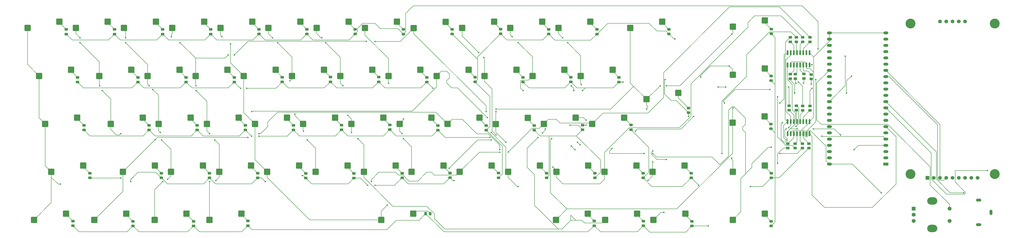
<source format=gbr>
%TF.GenerationSoftware,KiCad,Pcbnew,9.0.3*%
%TF.CreationDate,2025-09-09T09:23:43+09:00*%
%TF.ProjectId,Frekeys,4672656b-6579-4732-9e6b-696361645f70,rev?*%
%TF.SameCoordinates,Original*%
%TF.FileFunction,Copper,L2,Bot*%
%TF.FilePolarity,Positive*%
%FSLAX46Y46*%
G04 Gerber Fmt 4.6, Leading zero omitted, Abs format (unit mm)*
G04 Created by KiCad (PCBNEW 9.0.3) date 2025-09-09 09:23:43*
%MOMM*%
%LPD*%
G01*
G04 APERTURE LIST*
G04 Aperture macros list*
%AMRoundRect*
0 Rectangle with rounded corners*
0 $1 Rounding radius*
0 $2 $3 $4 $5 $6 $7 $8 $9 X,Y pos of 4 corners*
0 Add a 4 corners polygon primitive as box body*
4,1,4,$2,$3,$4,$5,$6,$7,$8,$9,$2,$3,0*
0 Add four circle primitives for the rounded corners*
1,1,$1+$1,$2,$3*
1,1,$1+$1,$4,$5*
1,1,$1+$1,$6,$7*
1,1,$1+$1,$8,$9*
0 Add four rect primitives between the rounded corners*
20,1,$1+$1,$2,$3,$4,$5,0*
20,1,$1+$1,$4,$5,$6,$7,0*
20,1,$1+$1,$6,$7,$8,$9,0*
20,1,$1+$1,$8,$9,$2,$3,0*%
G04 Aperture macros list end*
%TA.AperFunction,ComponentPad*%
%ADD10O,2.200000X1.200000*%
%TD*%
%TA.AperFunction,ComponentPad*%
%ADD11O,1.200000X2.200000*%
%TD*%
%TA.AperFunction,SMDPad,CuDef*%
%ADD12RoundRect,0.250000X-1.025000X-1.000000X1.025000X-1.000000X1.025000X1.000000X-1.025000X1.000000X0*%
%TD*%
%TA.AperFunction,ComponentPad*%
%ADD13C,4.000000*%
%TD*%
%TA.AperFunction,ComponentPad*%
%ADD14R,1.500000X1.500000*%
%TD*%
%TA.AperFunction,ComponentPad*%
%ADD15C,1.500000*%
%TD*%
%TA.AperFunction,ComponentPad*%
%ADD16RoundRect,0.250000X-0.550000X-0.550000X0.550000X-0.550000X0.550000X0.550000X-0.550000X0.550000X0*%
%TD*%
%TA.AperFunction,ComponentPad*%
%ADD17C,1.600000*%
%TD*%
%TA.AperFunction,ComponentPad*%
%ADD18O,4.100000X3.000000*%
%TD*%
%TA.AperFunction,ComponentPad*%
%ADD19R,2.000000X1.200000*%
%TD*%
%TA.AperFunction,ComponentPad*%
%ADD20O,2.000000X1.200000*%
%TD*%
%TA.AperFunction,SMDPad,CuDef*%
%ADD21RoundRect,0.243750X0.456250X-0.243750X0.456250X0.243750X-0.456250X0.243750X-0.456250X-0.243750X0*%
%TD*%
%TA.AperFunction,SMDPad,CuDef*%
%ADD22RoundRect,0.250000X0.450000X-0.262500X0.450000X0.262500X-0.450000X0.262500X-0.450000X-0.262500X0*%
%TD*%
%TA.AperFunction,SMDPad,CuDef*%
%ADD23RoundRect,0.250000X-0.450000X0.262500X-0.450000X-0.262500X0.450000X-0.262500X0.450000X0.262500X0*%
%TD*%
%TA.AperFunction,SMDPad,CuDef*%
%ADD24RoundRect,0.150000X-0.150000X0.825000X-0.150000X-0.825000X0.150000X-0.825000X0.150000X0.825000X0*%
%TD*%
%TA.AperFunction,SMDPad,CuDef*%
%ADD25RoundRect,0.243750X-0.243750X-0.456250X0.243750X-0.456250X0.243750X0.456250X-0.243750X0.456250X0*%
%TD*%
%TA.AperFunction,ViaPad*%
%ADD26C,0.600000*%
%TD*%
%TA.AperFunction,Conductor*%
%ADD27C,0.200000*%
%TD*%
G04 APERTURE END LIST*
D10*
%TO.P,J1,T*%
%TO.N,Net-(C2-Pad1)*%
X413000000Y-102000000D03*
D11*
%TO.P,J1,S*%
%TO.N,GND*%
X418000000Y-107000000D03*
D10*
%TO.P,J1,R*%
%TO.N,Net-(C1-Pad1)*%
X413000000Y-112000000D03*
%TD*%
D12*
%TO.P,SW65,1,1*%
%TO.N,/Keyboard/C7*%
X313400000Y-31500000D03*
%TO.P,SW65,2,2*%
%TO.N,Net-(D64-A)*%
X326327000Y-28960000D03*
%TD*%
%TO.P,SW21,1,1*%
%TO.N,/Keyboard/C2*%
X85860000Y-90500000D03*
%TO.P,SW21,2,2*%
%TO.N,Net-(D20-A)*%
X98787000Y-87960000D03*
%TD*%
%TO.P,SW8,1,1*%
%TO.N,/Keyboard/C*%
X236860000Y-71000000D03*
%TO.P,SW8,2,2*%
%TO.N,Net-(D7-A)*%
X249787000Y-68460000D03*
%TD*%
%TO.P,SW58,1,1*%
%TO.N,/Keyboard/C7*%
X164440000Y-32000000D03*
%TO.P,SW58,2,2*%
%TO.N,Net-(D57-A)*%
X177367000Y-29460000D03*
%TD*%
%TO.P,SW12,1,1*%
%TO.N,/Keyboard/C1*%
X61440000Y-71000000D03*
%TO.P,SW12,2,2*%
%TO.N,Net-(D11-A)*%
X74367000Y-68460000D03*
%TD*%
%TO.P,SW18,1,1*%
%TO.N,/Keyboard/C2*%
X66780000Y-32000000D03*
%TO.P,SW18,2,2*%
%TO.N,Net-(D17-A)*%
X79707000Y-29460000D03*
%TD*%
D13*
%TO.P,U1,*%
%TO.N,*%
X385380000Y-91405420D03*
X419480000Y-91405420D03*
X385380000Y-30205420D03*
X419480000Y-30205420D03*
D14*
%TO.P,U1,1,VCC*%
%TO.N,Net-(U1-VCC)*%
X392270000Y-92905420D03*
D15*
%TO.P,U1,2,GND*%
%TO.N,GND*%
X394810000Y-92905420D03*
%TO.P,U1,3,~{CS}*%
%TO.N,Net-(U1-~{CS})*%
X397350000Y-92905420D03*
%TO.P,U1,4,RESET*%
%TO.N,Net-(U1-RESET)*%
X399890000Y-92905420D03*
%TO.P,U1,5,D/~{C}*%
%TO.N,Net-(U1-D{slash}~{C})*%
X402430000Y-92905420D03*
%TO.P,U1,6,MOSI*%
%TO.N,Net-(U1-MOSI)*%
X404970000Y-92905420D03*
%TO.P,U1,7,SCK*%
%TO.N,Net-(U1-SCK)*%
X407510000Y-92905420D03*
%TO.P,U1,8,LED*%
%TO.N,Net-(U1-LED)*%
X410050000Y-92905420D03*
%TO.P,U1,9,MISO*%
%TO.N,Net-(U1-MISO)*%
X412590000Y-92905420D03*
%TO.P,U1,10,SD_CS*%
%TO.N,Net-(U1-SD_CS)*%
X397350000Y-29385420D03*
%TO.P,U1,11,SD_MOSI*%
%TO.N,Net-(U1-SD_MOSI)*%
X399890000Y-29385420D03*
%TO.P,U1,12,SD_MISO*%
%TO.N,Net-(U1-SD_MISO)*%
X402430000Y-29385420D03*
%TO.P,U1,13,SD_SCK*%
%TO.N,Net-(U1-SD_SCK)*%
X404970000Y-29385420D03*
%TO.P,U1,14,FLASH_CD*%
%TO.N,Net-(U1-FLASH_CD)*%
X407510000Y-29385420D03*
%TD*%
D12*
%TO.P,SW22,1,1*%
%TO.N,/Keyboard/C2*%
X79195000Y-110000000D03*
%TO.P,SW22,2,2*%
%TO.N,Net-(D21-A)*%
X92122000Y-107460000D03*
%TD*%
%TO.P,SW64,1,1*%
%TO.N,/Keyboard/C7*%
X278415000Y-60960000D03*
%TO.P,SW64,2,2*%
%TO.N,Net-(D63-A)*%
X291342000Y-58420000D03*
%TD*%
%TO.P,SW39,1,1*%
%TO.N,/Keyboard/C4*%
X203780000Y-32000000D03*
%TO.P,SW39,2,2*%
%TO.N,Net-(D38-A)*%
X216707000Y-29460000D03*
%TD*%
%TO.P,SW40,1,1*%
%TO.N,/Keyboard/C4*%
X212860000Y-51500000D03*
%TO.P,SW40,2,2*%
%TO.N,Net-(D39-A)*%
X225787000Y-48960000D03*
%TD*%
%TO.P,SW32,1,1*%
%TO.N,/Keyboard/C3*%
X217415000Y-71062500D03*
%TO.P,SW32,2,2*%
%TO.N,Net-(D31-A)*%
X230342000Y-68522500D03*
%TD*%
%TO.P,SW9,1,1*%
%TO.N,/Keyboard/C*%
X256445000Y-71040000D03*
%TO.P,SW9,2,2*%
%TO.N,Net-(D8-A)*%
X269372000Y-68500000D03*
%TD*%
%TO.P,SW19,1,1*%
%TO.N,/Keyboard/C2*%
X76360000Y-51500000D03*
%TO.P,SW19,2,2*%
%TO.N,Net-(D18-A)*%
X89287000Y-48960000D03*
%TD*%
%TO.P,SW49,1,1*%
%TO.N,/Keyboard/C5*%
X313320000Y-70500000D03*
%TO.P,SW49,2,2*%
%TO.N,Net-(D48-A)*%
X326247000Y-67960000D03*
%TD*%
%TO.P,SW13,1,1*%
%TO.N,/Keyboard/C1*%
X66360000Y-90500000D03*
%TO.P,SW13,2,2*%
%TO.N,Net-(D12-A)*%
X79287000Y-87960000D03*
%TD*%
%TO.P,SW11,1,1*%
%TO.N,/Keyboard/C1*%
X56780000Y-51500000D03*
%TO.P,SW11,2,2*%
%TO.N,Net-(D10-A)*%
X69707000Y-48960000D03*
%TD*%
%TO.P,SW54,1,1*%
%TO.N,/Keyboard/C6*%
X261670000Y-110000000D03*
%TO.P,SW54,2,2*%
%TO.N,Net-(D53-A)*%
X274597000Y-107460000D03*
%TD*%
%TO.P,SW29,1,1*%
%TO.N,/Keyboard/C3*%
X105360000Y-90500000D03*
%TO.P,SW29,2,2*%
%TO.N,Net-(D28-A)*%
X118287000Y-87960000D03*
%TD*%
%TO.P,SW59,1,1*%
%TO.N,/Keyboard/C7*%
X173940000Y-51500000D03*
%TO.P,SW59,2,2*%
%TO.N,Net-(D58-A)*%
X186867000Y-48960000D03*
%TD*%
%TO.P,SW53,1,1*%
%TO.N,/Keyboard/C6*%
X163940000Y-90500000D03*
%TO.P,SW53,2,2*%
%TO.N,Net-(D52-A)*%
X176867000Y-87960000D03*
%TD*%
%TO.P,SW17,1,1*%
%TO.N,/Keyboard/C1*%
X261440000Y-90500000D03*
%TO.P,SW17,2,2*%
%TO.N,Net-(D16-A)*%
X274367000Y-87960000D03*
%TD*%
%TO.P,SW25,1,1*%
%TO.N,/Keyboard/C2*%
X280940000Y-90500000D03*
%TO.P,SW25,2,2*%
%TO.N,Net-(D24-A)*%
X293867000Y-87960000D03*
%TD*%
%TO.P,SW63,1,1*%
%TO.N,/Keyboard/C7*%
X271835000Y-31960000D03*
%TO.P,SW63,2,2*%
%TO.N,Net-(D62-A)*%
X284762000Y-29420000D03*
%TD*%
%TO.P,SW34,1,1*%
%TO.N,/Keyboard/C4*%
X105860000Y-32000000D03*
%TO.P,SW34,2,2*%
%TO.N,Net-(D33-A)*%
X118787000Y-29460000D03*
%TD*%
%TO.P,SW2,1,1*%
%TO.N,/Keyboard/C*%
X27725000Y-32000000D03*
%TO.P,SW2,2,2*%
%TO.N,Net-(D1-A)*%
X40652000Y-29460000D03*
%TD*%
%TO.P,SW52,1,1*%
%TO.N,/Keyboard/C6*%
X158940000Y-71000000D03*
%TO.P,SW52,2,2*%
%TO.N,Net-(D51-A)*%
X171867000Y-68460000D03*
%TD*%
%TO.P,SW7,1,1*%
%TO.N,/Keyboard/C*%
X202780000Y-90500000D03*
%TO.P,SW7,2,2*%
%TO.N,Net-(D6-A)*%
X215707000Y-87960000D03*
%TD*%
%TO.P,SW42,1,1*%
%TO.N,/Keyboard/C5*%
X125280000Y-32000000D03*
%TO.P,SW42,2,2*%
%TO.N,Net-(D41-A)*%
X138207000Y-29460000D03*
%TD*%
%TO.P,SW24,1,1*%
%TO.N,/Keyboard/C2*%
X222360000Y-90500000D03*
%TO.P,SW24,2,2*%
%TO.N,Net-(D23-A)*%
X235287000Y-87960000D03*
%TD*%
%TO.P,SW43,1,1*%
%TO.N,/Keyboard/C5*%
X134860000Y-51500000D03*
%TO.P,SW43,2,2*%
%TO.N,Net-(D42-A)*%
X147787000Y-48960000D03*
%TD*%
%TO.P,SW61,1,1*%
%TO.N,/Keyboard/C7*%
X183280000Y-90500000D03*
%TO.P,SW61,2,2*%
%TO.N,Net-(D60-A)*%
X196207000Y-87960000D03*
%TD*%
%TO.P,SW6,1,1*%
%TO.N,/Keyboard/C*%
X30360000Y-110000000D03*
%TO.P,SW6,2,2*%
%TO.N,Net-(D5-A)*%
X43287000Y-107460000D03*
%TD*%
%TO.P,SW20,1,1*%
%TO.N,/Keyboard/C2*%
X80860000Y-71000000D03*
%TO.P,SW20,2,2*%
%TO.N,Net-(D19-A)*%
X93787000Y-68460000D03*
%TD*%
%TO.P,SW44,1,1*%
%TO.N,/Keyboard/C5*%
X139360000Y-71000000D03*
%TO.P,SW44,2,2*%
%TO.N,Net-(D43-A)*%
X152287000Y-68460000D03*
%TD*%
%TO.P,SW3,1,1*%
%TO.N,/Keyboard/C*%
X32440000Y-51500000D03*
%TO.P,SW3,2,2*%
%TO.N,Net-(D2-A)*%
X45367000Y-48960000D03*
%TD*%
%TO.P,SW50,1,1*%
%TO.N,/Keyboard/C6*%
X144860000Y-32000000D03*
%TO.P,SW50,2,2*%
%TO.N,Net-(D49-A)*%
X157787000Y-29460000D03*
%TD*%
D16*
%TO.P,SW1,A,A*%
%TO.N,Net-(U2-GPIO46)*%
X386680000Y-105447920D03*
D17*
%TO.P,SW1,B,B*%
%TO.N,Net-(U2-GPIO47)*%
X386680000Y-110447920D03*
%TO.P,SW1,C,C*%
%TO.N,GND*%
X386680000Y-107947920D03*
%TO.P,SW1,S1,S1*%
%TO.N,Net-(U2-GPIO48)*%
X401180000Y-105447920D03*
%TO.P,SW1,S2,S2*%
%TO.N,GND*%
X401180000Y-110447920D03*
D18*
%TO.P,SW1,SH*%
%TO.N,N/C*%
X394180000Y-102347920D03*
X394180000Y-113547920D03*
%TD*%
D12*
%TO.P,SW23,1,1*%
%TO.N,/Keyboard/C2*%
X193440000Y-51500000D03*
%TO.P,SW23,2,2*%
%TO.N,Net-(D22-A)*%
X206367000Y-48960000D03*
%TD*%
%TO.P,SW55,1,1*%
%TO.N,/Keyboard/C6*%
X242780000Y-32000000D03*
%TO.P,SW55,2,2*%
%TO.N,Net-(D54-A)*%
X255707000Y-29460000D03*
%TD*%
%TO.P,SW47,1,1*%
%TO.N,/Keyboard/C5*%
X223280000Y-32000000D03*
%TO.P,SW47,2,2*%
%TO.N,Net-(D46-A)*%
X236207000Y-29460000D03*
%TD*%
%TO.P,SW38,1,1*%
%TO.N,/Keyboard/C4*%
X171000000Y-110000000D03*
%TO.P,SW38,2,2*%
%TO.N,Net-(D37-A)*%
X183927000Y-107460000D03*
%TD*%
%TO.P,SW36,1,1*%
%TO.N,/Keyboard/C4*%
X119860000Y-71000000D03*
%TO.P,SW36,2,2*%
%TO.N,Net-(D35-A)*%
X132787000Y-68460000D03*
%TD*%
%TO.P,SW30,1,1*%
%TO.N,/Keyboard/C3*%
X101440000Y-110000000D03*
%TO.P,SW30,2,2*%
%TO.N,Net-(D29-A)*%
X114367000Y-107460000D03*
%TD*%
%TO.P,SW26,1,1*%
%TO.N,/Keyboard/C3*%
X86360000Y-32000000D03*
%TO.P,SW26,2,2*%
%TO.N,Net-(D25-A)*%
X99287000Y-29460000D03*
%TD*%
%TO.P,SW10,1,1*%
%TO.N,/Keyboard/C1*%
X47280000Y-32000000D03*
%TO.P,SW10,2,2*%
%TO.N,Net-(D9-A)*%
X60207000Y-29460000D03*
%TD*%
%TO.P,SW60,1,1*%
%TO.N,/Keyboard/C7*%
X178440000Y-71000000D03*
%TO.P,SW60,2,2*%
%TO.N,Net-(D59-A)*%
X191367000Y-68460000D03*
%TD*%
%TO.P,SW35,1,1*%
%TO.N,/Keyboard/C4*%
X115280000Y-51500000D03*
%TO.P,SW35,2,2*%
%TO.N,Net-(D34-A)*%
X128207000Y-48960000D03*
%TD*%
%TO.P,SW27,1,1*%
%TO.N,/Keyboard/C3*%
X95780000Y-51500000D03*
%TO.P,SW27,2,2*%
%TO.N,Net-(D26-A)*%
X108707000Y-48960000D03*
%TD*%
%TO.P,SW51,1,1*%
%TO.N,/Keyboard/C6*%
X154440000Y-51500000D03*
%TO.P,SW51,2,2*%
%TO.N,Net-(D50-A)*%
X167367000Y-48960000D03*
%TD*%
%TO.P,SW16,1,1*%
%TO.N,/Keyboard/C1*%
X241940000Y-90500000D03*
%TO.P,SW16,2,2*%
%TO.N,Net-(D15-A)*%
X254867000Y-87960000D03*
%TD*%
%TO.P,SW14,1,1*%
%TO.N,/Keyboard/C1*%
X54780000Y-110000000D03*
%TO.P,SW14,2,2*%
%TO.N,Net-(D13-A)*%
X67707000Y-107460000D03*
%TD*%
%TO.P,SW41,1,1*%
%TO.N,/Keyboard/C4*%
X313400000Y-90500000D03*
%TO.P,SW41,2,2*%
%TO.N,Net-(D40-A)*%
X326327000Y-87960000D03*
%TD*%
%TO.P,SW33,1,1*%
%TO.N,/Keyboard/C3*%
X313400000Y-110000000D03*
%TO.P,SW33,2,2*%
%TO.N,Net-(D32-A)*%
X326327000Y-107460000D03*
%TD*%
%TO.P,SW56,1,1*%
%TO.N,/Keyboard/C6*%
X251780000Y-51500000D03*
%TO.P,SW56,2,2*%
%TO.N,Net-(D55-A)*%
X264707000Y-48960000D03*
%TD*%
%TO.P,SW48,1,1*%
%TO.N,/Keyboard/C5*%
X232280000Y-51500000D03*
%TO.P,SW48,2,2*%
%TO.N,Net-(D47-A)*%
X245207000Y-48960000D03*
%TD*%
%TO.P,SW5,1,1*%
%TO.N,/Keyboard/C*%
X37335000Y-90460000D03*
%TO.P,SW5,2,2*%
%TO.N,Net-(D4-A)*%
X50262000Y-87920000D03*
%TD*%
%TO.P,SW57,1,1*%
%TO.N,/Keyboard/C6*%
X313400000Y-51000000D03*
%TO.P,SW57,2,2*%
%TO.N,Net-(D56-A)*%
X326327000Y-48460000D03*
%TD*%
%TO.P,SW31,1,1*%
%TO.N,/Keyboard/C3*%
X184170000Y-32040000D03*
%TO.P,SW31,2,2*%
%TO.N,Net-(D30-A)*%
X197097000Y-29500000D03*
%TD*%
%TO.P,SW45,1,1*%
%TO.N,/Keyboard/C5*%
X144440000Y-90500000D03*
%TO.P,SW45,2,2*%
%TO.N,Net-(D44-A)*%
X157367000Y-87960000D03*
%TD*%
%TO.P,SW15,1,1*%
%TO.N,/Keyboard/C1*%
X197860000Y-71040000D03*
%TO.P,SW15,2,2*%
%TO.N,Net-(D14-A)*%
X210787000Y-68500000D03*
%TD*%
%TO.P,SW28,1,1*%
%TO.N,/Keyboard/C3*%
X100360000Y-71000000D03*
%TO.P,SW28,2,2*%
%TO.N,Net-(D27-A)*%
X113287000Y-68460000D03*
%TD*%
%TO.P,SW46,1,1*%
%TO.N,/Keyboard/C5*%
X241750000Y-110000000D03*
%TO.P,SW46,2,2*%
%TO.N,Net-(D45-A)*%
X254677000Y-107460000D03*
%TD*%
D19*
%TO.P,U2,1,3V3*%
%TO.N,Net-(U1-VCC)*%
X375360000Y-87340000D03*
D20*
%TO.P,U2,2,3V3*%
X375360000Y-84800000D03*
%TO.P,U2,3,CHIP_PU*%
%TO.N,Net-(U2-CHIP_PU)*%
X375360000Y-82260000D03*
%TO.P,U2,4,GPIO4/ADC1_CH3*%
%TO.N,Net-(U2-GPIO4{slash}ADC1_CH3)*%
X375360000Y-79720000D03*
%TO.P,U2,5,GPIO5/ADC1_CH4*%
%TO.N,Net-(U2-GPIO5{slash}ADC1_CH4)*%
X375360000Y-77180000D03*
%TO.P,U2,6,GPIO6/ADC1_CH5*%
%TO.N,unconnected-(U2-GPIO6{slash}ADC1_CH5-Pad6)*%
X375360000Y-74640000D03*
%TO.P,U2,7,GPIO7/ADC1_CH6*%
%TO.N,Net-(U2-GPIO7{slash}ADC1_CH6)*%
X375360000Y-72100000D03*
%TO.P,U2,8,GPIO15/ADC2_CH4/32K_P*%
%TO.N,unconnected-(U2-GPIO15{slash}ADC2_CH4{slash}32K_P-Pad8)*%
X375360000Y-69560000D03*
%TO.P,U2,9,GPIO16/ADC2_CH5/32K_N*%
%TO.N,unconnected-(U2-GPIO16{slash}ADC2_CH5{slash}32K_N-Pad9)*%
X375360000Y-67020000D03*
%TO.P,U2,10,GPIO17/ADC2_CH6*%
%TO.N,Net-(U2-GPIO17{slash}ADC2_CH6)*%
X375360000Y-64480000D03*
%TO.P,U2,11,GPIO18/ADC2_CH7*%
%TO.N,Net-(U2-GPIO18{slash}ADC2_CH7)*%
X375360000Y-61940000D03*
%TO.P,U2,12,GPIO8/ADC1_CH7*%
%TO.N,Net-(U1-D{slash}~{C})*%
X375360000Y-59400000D03*
%TO.P,U2,13,GPIO3/ADC1_CH2*%
%TO.N,Net-(U1-LED)*%
X375360000Y-56860000D03*
%TO.P,U2,14,GPIO46*%
%TO.N,Net-(U2-GPIO46)*%
X375360000Y-54320000D03*
%TO.P,U2,15,GPIO9/ADC1_CH8*%
%TO.N,Net-(U1-RESET)*%
X375360000Y-51780000D03*
%TO.P,U2,16,GPIO10/ADC1_CH9*%
%TO.N,Net-(U1-~{CS})*%
X375360000Y-49240000D03*
%TO.P,U2,17,GPIO11/ADC2_CH0*%
%TO.N,Net-(U1-MOSI)*%
X375360000Y-46700000D03*
%TO.P,U2,18,GPIO12/ADC2_CH1*%
%TO.N,Net-(U1-SCK)*%
X375360000Y-44160000D03*
%TO.P,U2,19,GPIO13/ADC2_CH2*%
%TO.N,Net-(U1-MISO)*%
X375360000Y-41620000D03*
%TO.P,U2,20,GPIO14/ADC2_CH3*%
%TO.N,unconnected-(U2-GPIO14{slash}ADC2_CH3-Pad20)*%
X375363680Y-39082720D03*
%TO.P,U2,21,5V*%
%TO.N,unconnected-(U2-5V-Pad21)*%
X375363680Y-36542720D03*
%TO.P,U2,22,GND*%
%TO.N,GND*%
X375363680Y-34002720D03*
%TO.P,U2,23,GND*%
X352500000Y-34000000D03*
%TO.P,U2,24,GND*%
X352500000Y-36540000D03*
%TO.P,U2,25,GPIO19/USB_D-*%
%TO.N,unconnected-(U2-GPIO19{slash}USB_D--Pad25)*%
X352500000Y-39080000D03*
%TO.P,U2,26,GPIO20/USB_D+*%
%TO.N,unconnected-(U2-GPIO20{slash}USB_D+-Pad26)*%
X352500000Y-41620000D03*
%TO.P,U2,27,GPIO21*%
%TO.N,unconnected-(U2-GPIO21-Pad27)*%
X352500000Y-44160000D03*
%TO.P,U2,28,GPIO47*%
%TO.N,Net-(U2-GPIO47)*%
X352500000Y-46700000D03*
%TO.P,U2,29,GPIO48*%
%TO.N,Net-(U2-GPIO48)*%
X352500000Y-49240000D03*
%TO.P,U2,30,GPIO45*%
%TO.N,unconnected-(U2-GPIO45-Pad30)*%
X352500000Y-51780000D03*
%TO.P,U2,31,GPIO0*%
%TO.N,unconnected-(U2-GPIO0-Pad31)*%
X352500000Y-54320000D03*
%TO.P,U2,32,GPIO35*%
%TO.N,Net-(U1-SD_MOSI)*%
X352500000Y-56860000D03*
%TO.P,U2,33,GPIO36*%
%TO.N,Net-(U1-SD_SCK)*%
X352500000Y-59400000D03*
%TO.P,U2,34,GPIO37*%
%TO.N,Net-(U1-SD_MISO)*%
X352500000Y-61940000D03*
%TO.P,U2,35,GPIO38*%
%TO.N,unconnected-(U2-GPIO38-Pad35)*%
X352500000Y-64480000D03*
%TO.P,U2,36,GPIO39/MTCK*%
%TO.N,unconnected-(U2-GPIO39{slash}MTCK-Pad36)*%
X352500000Y-67020000D03*
%TO.P,U2,37,GPIO40/MTDO*%
%TO.N,unconnected-(U2-GPIO40{slash}MTDO-Pad37)*%
X352500000Y-69560000D03*
%TO.P,U2,38,GPIO41/MTDI*%
%TO.N,unconnected-(U2-GPIO41{slash}MTDI-Pad38)*%
X352500000Y-72100000D03*
%TO.P,U2,39,GPIO42/MTMS*%
%TO.N,unconnected-(U2-GPIO42{slash}MTMS-Pad39)*%
X352500000Y-74640000D03*
%TO.P,U2,40,GPIO2/ADC1_CH1*%
%TO.N,Net-(U1-SD_CS)*%
X352500000Y-77180000D03*
%TO.P,U2,41,GPIO1/ADC1_CH0*%
%TO.N,Net-(U1-FLASH_CD)*%
X352500000Y-79720000D03*
%TO.P,U2,42,GPIO44/U0RXD*%
%TO.N,unconnected-(U2-GPIO44{slash}U0RXD-Pad42)*%
X352500000Y-82260000D03*
%TO.P,U2,43,GPIO43/U0TXD*%
%TO.N,unconnected-(U2-GPIO43{slash}U0TXD-Pad43)*%
X352500000Y-84800000D03*
%TO.P,U2,44,GND*%
%TO.N,GND*%
X352500000Y-87340000D03*
%TD*%
D12*
%TO.P,SW4,1,1*%
%TO.N,/Keyboard/C*%
X34860000Y-71000000D03*
%TO.P,SW4,2,2*%
%TO.N,Net-(D3-A)*%
X47787000Y-68460000D03*
%TD*%
%TO.P,SW62,1,1*%
%TO.N,/Keyboard/C7*%
X281255000Y-110040000D03*
%TO.P,SW62,2,2*%
%TO.N,Net-(D61-A)*%
X294182000Y-107500000D03*
%TD*%
%TO.P,SW37,1,1*%
%TO.N,/Keyboard/C4*%
X124780000Y-90500000D03*
%TO.P,SW37,2,2*%
%TO.N,Net-(D36-A)*%
X137707000Y-87960000D03*
%TD*%
D21*
%TO.P,D41,1,K*%
%TO.N,/Keyboard/R*%
X140865000Y-34415000D03*
%TO.P,D41,2,A*%
%TO.N,Net-(D41-A)*%
X140865000Y-32540000D03*
%TD*%
%TO.P,D25,1,K*%
%TO.N,/Keyboard/R*%
X101945000Y-34477500D03*
%TO.P,D25,2,A*%
%TO.N,Net-(D25-A)*%
X101945000Y-32602500D03*
%TD*%
D22*
%TO.P,R13,1*%
%TO.N,Net-(U4-D5)*%
X339195000Y-65442500D03*
%TO.P,R13,2*%
%TO.N,/Keyboard/R2*%
X339195000Y-63617500D03*
%TD*%
D21*
%TO.P,D22,1,K*%
%TO.N,/Keyboard/R5*%
X209025000Y-53947500D03*
%TO.P,D22,2,A*%
%TO.N,Net-(D22-A)*%
X209025000Y-52072500D03*
%TD*%
%TO.P,D53,1,K*%
%TO.N,/Keyboard/R4*%
X277200000Y-112437500D03*
%TO.P,D53,2,A*%
%TO.N,Net-(D53-A)*%
X277200000Y-110562500D03*
%TD*%
D23*
%TO.P,R5,1*%
%TO.N,Net-(U4-D0)*%
X344245000Y-79030000D03*
%TO.P,R5,2*%
%TO.N,/Keyboard/R7*%
X344245000Y-80855000D03*
%TD*%
D22*
%TO.P,R15,1*%
%TO.N,Net-(U3-D6)*%
X341695000Y-37637500D03*
%TO.P,R15,2*%
%TO.N,/Keyboard/C1*%
X341695000Y-35812500D03*
%TD*%
D21*
%TO.P,D5,1,K*%
%TO.N,/Keyboard/R4*%
X46160000Y-112450000D03*
%TO.P,D5,2,A*%
%TO.N,Net-(D5-A)*%
X46160000Y-110575000D03*
%TD*%
D23*
%TO.P,R8,1*%
%TO.N,Net-(U4-D2)*%
X338645000Y-79030000D03*
%TO.P,R8,2*%
%TO.N,/Keyboard/R5*%
X338645000Y-80855000D03*
%TD*%
%TO.P,R18,1*%
%TO.N,Net-(U3-D3)*%
X336695000Y-50812500D03*
%TO.P,R18,2*%
%TO.N,/Keyboard/C4*%
X336695000Y-52637500D03*
%TD*%
D21*
%TO.P,D54,1,K*%
%TO.N,/Keyboard/R5*%
X258365000Y-34477500D03*
%TO.P,D54,2,A*%
%TO.N,Net-(D54-A)*%
X258365000Y-32602500D03*
%TD*%
%TO.P,D47,1,K*%
%TO.N,/Keyboard/R6*%
X247810000Y-53915000D03*
%TO.P,D47,2,A*%
%TO.N,Net-(D47-A)*%
X247810000Y-52040000D03*
%TD*%
%TO.P,D64,1,K*%
%TO.N,/Keyboard/R7*%
X328970000Y-34375000D03*
%TO.P,D64,2,A*%
%TO.N,Net-(D64-A)*%
X328970000Y-32500000D03*
%TD*%
%TO.P,D43,1,K*%
%TO.N,/Keyboard/R2*%
X154930000Y-73397500D03*
%TO.P,D43,2,A*%
%TO.N,Net-(D43-A)*%
X154930000Y-71522500D03*
%TD*%
%TO.P,D8,1,K*%
%TO.N,/Keyboard/R7*%
X272165000Y-73340000D03*
%TO.P,D8,2,A*%
%TO.N,Net-(D8-A)*%
X272165000Y-71465000D03*
%TD*%
D22*
%TO.P,R14,1*%
%TO.N,Net-(U3-D5)*%
X339195000Y-37637500D03*
%TO.P,R14,2*%
%TO.N,/Keyboard/C2*%
X339195000Y-35812500D03*
%TD*%
D21*
%TO.P,D36,1,K*%
%TO.N,/Keyboard/R3*%
X140445000Y-93040000D03*
%TO.P,D36,2,A*%
%TO.N,Net-(D36-A)*%
X140445000Y-91165000D03*
%TD*%
%TO.P,D17,1,K*%
%TO.N,/Keyboard/R*%
X82445000Y-34477500D03*
%TO.P,D17,2,A*%
%TO.N,Net-(D17-A)*%
X82445000Y-32602500D03*
%TD*%
%TO.P,D39,1,K*%
%TO.N,/Keyboard/R6*%
X228430000Y-53977500D03*
%TO.P,D39,2,A*%
%TO.N,Net-(D39-A)*%
X228430000Y-52102500D03*
%TD*%
%TO.P,D21,1,K*%
%TO.N,/Keyboard/R4*%
X94945000Y-112477500D03*
%TO.P,D21,2,A*%
%TO.N,Net-(D21-A)*%
X94945000Y-110602500D03*
%TD*%
%TO.P,D60,1,K*%
%TO.N,/Keyboard/R3*%
X198850000Y-92875000D03*
%TO.P,D60,2,A*%
%TO.N,Net-(D60-A)*%
X198850000Y-91000000D03*
%TD*%
D23*
%TO.P,R19,1*%
%TO.N,Net-(U3-D2)*%
X338695000Y-50812500D03*
%TO.P,R19,2*%
%TO.N,/Keyboard/C5*%
X338695000Y-52637500D03*
%TD*%
D22*
%TO.P,R9,1*%
%TO.N,Net-(U4-D6)*%
X341695000Y-65530000D03*
%TO.P,R9,2*%
%TO.N,/Keyboard/R1*%
X341695000Y-63705000D03*
%TD*%
D21*
%TO.P,D11,1,K*%
%TO.N,/Keyboard/R2*%
X76945000Y-73477500D03*
%TO.P,D11,2,A*%
%TO.N,Net-(D11-A)*%
X76945000Y-71602500D03*
%TD*%
%TO.P,D46,1,K*%
%TO.N,/Keyboard/R5*%
X238810000Y-34447500D03*
%TO.P,D46,2,A*%
%TO.N,Net-(D46-A)*%
X238810000Y-32572500D03*
%TD*%
%TO.P,D23,1,K*%
%TO.N,/Keyboard/R6*%
X237945000Y-92977500D03*
%TO.P,D23,2,A*%
%TO.N,Net-(D23-A)*%
X237945000Y-91102500D03*
%TD*%
%TO.P,D48,1,K*%
%TO.N,/Keyboard/R7*%
X328850000Y-72977500D03*
%TO.P,D48,2,A*%
%TO.N,Net-(D48-A)*%
X328850000Y-71102500D03*
%TD*%
%TO.P,D33,1,K*%
%TO.N,/Keyboard/R*%
X121485000Y-34415000D03*
%TO.P,D33,2,A*%
%TO.N,Net-(D33-A)*%
X121485000Y-32540000D03*
%TD*%
%TO.P,D28,1,K*%
%TO.N,/Keyboard/R3*%
X120945000Y-92977500D03*
%TO.P,D28,2,A*%
%TO.N,Net-(D28-A)*%
X120945000Y-91102500D03*
%TD*%
%TO.P,D50,1,K*%
%TO.N,/Keyboard/R1*%
X170025000Y-53875000D03*
%TO.P,D50,2,A*%
%TO.N,Net-(D50-A)*%
X170025000Y-52000000D03*
%TD*%
%TO.P,D42,1,K*%
%TO.N,/Keyboard/R1*%
X150445000Y-53875000D03*
%TO.P,D42,2,A*%
%TO.N,Net-(D42-A)*%
X150445000Y-52000000D03*
%TD*%
%TO.P,D35,1,K*%
%TO.N,/Keyboard/R2*%
X135445000Y-73477500D03*
%TO.P,D35,2,A*%
%TO.N,Net-(D35-A)*%
X135445000Y-71602500D03*
%TD*%
D22*
%TO.P,R6,1*%
%TO.N,Net-(U4-D4)*%
X336195000Y-65442500D03*
%TO.P,R6,2*%
%TO.N,/Keyboard/R3*%
X336195000Y-63617500D03*
%TD*%
D21*
%TO.P,D13,1,K*%
%TO.N,/Keyboard/R4*%
X70445000Y-112477500D03*
%TO.P,D13,2,A*%
%TO.N,Net-(D13-A)*%
X70445000Y-110602500D03*
%TD*%
%TO.P,D27,1,K*%
%TO.N,/Keyboard/R2*%
X115945000Y-73477500D03*
%TO.P,D27,2,A*%
%TO.N,Net-(D27-A)*%
X115945000Y-71602500D03*
%TD*%
%TO.P,D2,1,K*%
%TO.N,/Keyboard/R1*%
X47945000Y-53977500D03*
%TO.P,D2,2,A*%
%TO.N,Net-(D2-A)*%
X47945000Y-52102500D03*
%TD*%
%TO.P,D59,1,K*%
%TO.N,/Keyboard/R2*%
X193945000Y-73540000D03*
%TO.P,D59,2,A*%
%TO.N,Net-(D59-A)*%
X193945000Y-71665000D03*
%TD*%
%TO.P,D45,1,K*%
%TO.N,/Keyboard/R4*%
X257280000Y-112375000D03*
%TO.P,D45,2,A*%
%TO.N,Net-(D45-A)*%
X257280000Y-110500000D03*
%TD*%
%TO.P,D24,1,K*%
%TO.N,/Keyboard/R7*%
X296525000Y-92915000D03*
%TO.P,D24,2,A*%
%TO.N,Net-(D24-A)*%
X296525000Y-91040000D03*
%TD*%
D23*
%TO.P,R12,1*%
%TO.N,Net-(U3-D0)*%
X345195000Y-50900000D03*
%TO.P,R12,2*%
%TO.N,/Keyboard/C7*%
X345195000Y-52725000D03*
%TD*%
D21*
%TO.P,D31,1,K*%
%TO.N,/Keyboard/R6*%
X232945000Y-73540000D03*
%TO.P,D31,2,A*%
%TO.N,Net-(D31-A)*%
X232945000Y-71665000D03*
%TD*%
%TO.P,D51,1,K*%
%TO.N,/Keyboard/R2*%
X174510000Y-73335000D03*
%TO.P,D51,2,A*%
%TO.N,Net-(D51-A)*%
X174510000Y-71460000D03*
%TD*%
%TO.P,D12,1,K*%
%TO.N,/Keyboard/R3*%
X81945000Y-92977500D03*
%TO.P,D12,2,A*%
%TO.N,Net-(D12-A)*%
X81945000Y-91102500D03*
%TD*%
%TO.P,D18,1,K*%
%TO.N,/Keyboard/R1*%
X91945000Y-53977500D03*
%TO.P,D18,2,A*%
%TO.N,Net-(D18-A)*%
X91945000Y-52102500D03*
%TD*%
%TO.P,D63,1,K*%
%TO.N,/Keyboard/R6*%
X295445000Y-66415000D03*
%TO.P,D63,2,A*%
%TO.N,Net-(D63-A)*%
X295445000Y-64540000D03*
%TD*%
%TO.P,D58,1,K*%
%TO.N,/Keyboard/R1*%
X189445000Y-53977500D03*
%TO.P,D58,2,A*%
%TO.N,Net-(D58-A)*%
X189445000Y-52102500D03*
%TD*%
%TO.P,D62,1,K*%
%TO.N,/Keyboard/R5*%
X287510000Y-34407500D03*
%TO.P,D62,2,A*%
%TO.N,Net-(D62-A)*%
X287510000Y-32532500D03*
%TD*%
%TO.P,D56,1,K*%
%TO.N,/Keyboard/R7*%
X328930000Y-53415000D03*
%TO.P,D56,2,A*%
%TO.N,Net-(D56-A)*%
X328930000Y-51540000D03*
%TD*%
%TO.P,D49,1,K*%
%TO.N,/Keyboard/R*%
X160445000Y-34415000D03*
%TO.P,D49,2,A*%
%TO.N,Net-(D49-A)*%
X160445000Y-32540000D03*
%TD*%
%TO.P,D32,1,K*%
%TO.N,/Keyboard/R7*%
X328930000Y-112477500D03*
%TO.P,D32,2,A*%
%TO.N,Net-(D32-A)*%
X328930000Y-110602500D03*
%TD*%
D22*
%TO.P,R17,1*%
%TO.N,Net-(U3-D4)*%
X336695000Y-37637500D03*
%TO.P,R17,2*%
%TO.N,/Keyboard/C3*%
X336695000Y-35812500D03*
%TD*%
D23*
%TO.P,R10,1*%
%TO.N,Net-(U4-D1)*%
X341595000Y-79030000D03*
%TO.P,R10,2*%
%TO.N,/Keyboard/R6*%
X341595000Y-80855000D03*
%TD*%
D21*
%TO.P,D19,1,K*%
%TO.N,/Keyboard/R2*%
X96445000Y-73477500D03*
%TO.P,D19,2,A*%
%TO.N,Net-(D19-A)*%
X96445000Y-71602500D03*
%TD*%
%TO.P,D44,1,K*%
%TO.N,/Keyboard/R3*%
X159945000Y-93040000D03*
%TO.P,D44,2,A*%
%TO.N,Net-(D44-A)*%
X159945000Y-91165000D03*
%TD*%
%TO.P,D16,1,K*%
%TO.N,/Keyboard/R7*%
X277065000Y-92977500D03*
%TO.P,D16,2,A*%
%TO.N,Net-(D16-A)*%
X277065000Y-91102500D03*
%TD*%
D23*
%TO.P,R7,1*%
%TO.N,Net-(U4-D3)*%
X335695000Y-79030000D03*
%TO.P,R7,2*%
%TO.N,/Keyboard/R4*%
X335695000Y-80855000D03*
%TD*%
D24*
%TO.P,U3,1,~{PL}*%
%TO.N,Net-(U2-GPIO4{slash}ADC1_CH3)*%
X335560000Y-42065000D03*
%TO.P,U3,2,CP*%
%TO.N,Net-(U2-GPIO5{slash}ADC1_CH4)*%
X336830000Y-42065000D03*
%TO.P,U3,3,D4*%
%TO.N,Net-(U3-D4)*%
X338100000Y-42065000D03*
%TO.P,U3,4,D5*%
%TO.N,Net-(U3-D5)*%
X339370000Y-42065000D03*
%TO.P,U3,5,D6*%
%TO.N,Net-(U3-D6)*%
X340640000Y-42065000D03*
%TO.P,U3,6,D7*%
%TO.N,Net-(U3-D7)*%
X341910000Y-42065000D03*
%TO.P,U3,7,~{Q7}*%
%TO.N,unconnected-(U3-~{Q7}-Pad7)*%
X343180000Y-42065000D03*
%TO.P,U3,8,GND*%
%TO.N,GND*%
X344450000Y-42065000D03*
%TO.P,U3,9,Q7*%
%TO.N,Net-(U3-Q7)*%
X344450000Y-47015000D03*
%TO.P,U3,10,DS*%
%TO.N,GND*%
X343180000Y-47015000D03*
%TO.P,U3,11,D0*%
%TO.N,Net-(U3-D0)*%
X341910000Y-47015000D03*
%TO.P,U3,12,D1*%
%TO.N,Net-(U3-D1)*%
X340640000Y-47015000D03*
%TO.P,U3,13,D2*%
%TO.N,Net-(U3-D2)*%
X339370000Y-47015000D03*
%TO.P,U3,14,D3*%
%TO.N,Net-(U3-D3)*%
X338100000Y-47015000D03*
%TO.P,U3,15,~{CE}*%
%TO.N,GND*%
X336830000Y-47015000D03*
%TO.P,U3,16,VCC*%
%TO.N,Net-(U1-VCC)*%
X335560000Y-47015000D03*
%TD*%
D21*
%TO.P,D14,1,K*%
%TO.N,/Keyboard/R5*%
X213485000Y-73567500D03*
%TO.P,D14,2,A*%
%TO.N,Net-(D14-A)*%
X213485000Y-71692500D03*
%TD*%
%TO.P,D52,1,K*%
%TO.N,/Keyboard/R3*%
X179445000Y-92915000D03*
%TO.P,D52,2,A*%
%TO.N,Net-(D52-A)*%
X179445000Y-91040000D03*
%TD*%
%TO.P,D3,1,K*%
%TO.N,/Keyboard/R2*%
X50580000Y-73487500D03*
%TO.P,D3,2,A*%
%TO.N,Net-(D3-A)*%
X50580000Y-71612500D03*
%TD*%
%TO.P,D7,1,K*%
%TO.N,/Keyboard/R6*%
X252580000Y-73350000D03*
%TO.P,D7,2,A*%
%TO.N,Net-(D7-A)*%
X252580000Y-71475000D03*
%TD*%
D23*
%TO.P,R20,1*%
%TO.N,Net-(U3-D1)*%
X342195000Y-50725000D03*
%TO.P,R20,2*%
%TO.N,/Keyboard/C6*%
X342195000Y-52550000D03*
%TD*%
D22*
%TO.P,R16,1*%
%TO.N,Net-(U3-D7)*%
X344695000Y-37637500D03*
%TO.P,R16,2*%
%TO.N,/Keyboard/C*%
X344695000Y-35812500D03*
%TD*%
D21*
%TO.P,D29,1,K*%
%TO.N,/Keyboard/R4*%
X116970000Y-112375000D03*
%TO.P,D29,2,A*%
%TO.N,Net-(D29-A)*%
X116970000Y-110500000D03*
%TD*%
%TO.P,D4,1,K*%
%TO.N,/Keyboard/R3*%
X52945000Y-92977500D03*
%TO.P,D4,2,A*%
%TO.N,Net-(D4-A)*%
X52945000Y-91102500D03*
%TD*%
%TO.P,D1,1,K*%
%TO.N,/Keyboard/R*%
X43445000Y-34477500D03*
%TO.P,D1,2,A*%
%TO.N,Net-(D1-A)*%
X43445000Y-32602500D03*
%TD*%
%TO.P,D6,1,K*%
%TO.N,/Keyboard/R5*%
X218500000Y-92900000D03*
%TO.P,D6,2,A*%
%TO.N,Net-(D6-A)*%
X218500000Y-91025000D03*
%TD*%
%TO.P,D20,1,K*%
%TO.N,/Keyboard/R3*%
X101445000Y-92977500D03*
%TO.P,D20,2,A*%
%TO.N,Net-(D20-A)*%
X101445000Y-91102500D03*
%TD*%
D25*
%TO.P,D37,1,K*%
%TO.N,/Keyboard/R4*%
X188982500Y-107500000D03*
%TO.P,D37,2,A*%
%TO.N,Net-(D37-A)*%
X190857500Y-107500000D03*
%TD*%
D21*
%TO.P,D55,1,K*%
%TO.N,/Keyboard/R6*%
X267310000Y-53977500D03*
%TO.P,D55,2,A*%
%TO.N,Net-(D55-A)*%
X267310000Y-52102500D03*
%TD*%
%TO.P,D15,1,K*%
%TO.N,/Keyboard/R6*%
X257565000Y-92977500D03*
%TO.P,D15,2,A*%
%TO.N,Net-(D15-A)*%
X257565000Y-91102500D03*
%TD*%
D24*
%TO.P,U4,1,~{PL}*%
%TO.N,Net-(U2-GPIO4{slash}ADC1_CH3)*%
X335560000Y-70065000D03*
%TO.P,U4,2,CP*%
%TO.N,Net-(U2-GPIO5{slash}ADC1_CH4)*%
X336830000Y-70065000D03*
%TO.P,U4,3,D4*%
%TO.N,Net-(U4-D4)*%
X338100000Y-70065000D03*
%TO.P,U4,4,D5*%
%TO.N,Net-(U4-D5)*%
X339370000Y-70065000D03*
%TO.P,U4,5,D6*%
%TO.N,Net-(U4-D6)*%
X340640000Y-70065000D03*
%TO.P,U4,6,D7*%
%TO.N,Net-(U4-D7)*%
X341910000Y-70065000D03*
%TO.P,U4,7,~{Q7}*%
%TO.N,unconnected-(U4-~{Q7}-Pad7)*%
X343180000Y-70065000D03*
%TO.P,U4,8,GND*%
%TO.N,GND*%
X344450000Y-70065000D03*
%TO.P,U4,9,Q7*%
%TO.N,Net-(U2-GPIO7{slash}ADC1_CH6)*%
X344450000Y-75015000D03*
%TO.P,U4,10,DS*%
%TO.N,Net-(U3-Q7)*%
X343180000Y-75015000D03*
%TO.P,U4,11,D0*%
%TO.N,Net-(U4-D0)*%
X341910000Y-75015000D03*
%TO.P,U4,12,D1*%
%TO.N,Net-(U4-D1)*%
X340640000Y-75015000D03*
%TO.P,U4,13,D2*%
%TO.N,Net-(U4-D2)*%
X339370000Y-75015000D03*
%TO.P,U4,14,D3*%
%TO.N,Net-(U4-D3)*%
X338100000Y-75015000D03*
%TO.P,U4,15,~{CE}*%
%TO.N,GND*%
X336830000Y-75015000D03*
%TO.P,U4,16,VCC*%
%TO.N,Net-(U1-VCC)*%
X335560000Y-75015000D03*
%TD*%
D21*
%TO.P,D26,1,K*%
%TO.N,/Keyboard/R1*%
X111445000Y-53977500D03*
%TO.P,D26,2,A*%
%TO.N,Net-(D26-A)*%
X111445000Y-52102500D03*
%TD*%
%TO.P,D57,1,K*%
%TO.N,/Keyboard/R*%
X179945000Y-34477500D03*
%TO.P,D57,2,A*%
%TO.N,Net-(D57-A)*%
X179945000Y-32602500D03*
%TD*%
%TO.P,D9,1,K*%
%TO.N,/Keyboard/R*%
X62945000Y-34477500D03*
%TO.P,D9,2,A*%
%TO.N,Net-(D9-A)*%
X62945000Y-32602500D03*
%TD*%
%TO.P,D10,1,K*%
%TO.N,/Keyboard/R1*%
X72445000Y-53977500D03*
%TO.P,D10,2,A*%
%TO.N,Net-(D10-A)*%
X72445000Y-52102500D03*
%TD*%
%TO.P,D61,1,K*%
%TO.N,/Keyboard/R4*%
X296840000Y-112517500D03*
%TO.P,D61,2,A*%
%TO.N,Net-(D61-A)*%
X296840000Y-110642500D03*
%TD*%
%TO.P,D38,1,K*%
%TO.N,/Keyboard/R5*%
X219350000Y-34385000D03*
%TO.P,D38,2,A*%
%TO.N,Net-(D38-A)*%
X219350000Y-32510000D03*
%TD*%
%TO.P,D40,1,K*%
%TO.N,/Keyboard/R7*%
X328970000Y-92977500D03*
%TO.P,D40,2,A*%
%TO.N,Net-(D40-A)*%
X328970000Y-91102500D03*
%TD*%
%TO.P,D30,1,K*%
%TO.N,/Keyboard/R5*%
X199700000Y-34425000D03*
%TO.P,D30,2,A*%
%TO.N,Net-(D30-A)*%
X199700000Y-32550000D03*
%TD*%
%TO.P,D34,1,K*%
%TO.N,/Keyboard/R1*%
X130905000Y-53937500D03*
%TO.P,D34,2,A*%
%TO.N,Net-(D34-A)*%
X130905000Y-52062500D03*
%TD*%
D22*
%TO.P,R11,1*%
%TO.N,Net-(U4-D7)*%
X344645000Y-65530000D03*
%TO.P,R11,2*%
%TO.N,/Keyboard/R*%
X344645000Y-63705000D03*
%TD*%
D26*
%TO.N,/Keyboard/C1*%
X65500000Y-75000000D03*
%TO.N,Net-(U2-GPIO17{slash}ADC2_CH6)*%
X416500000Y-90000000D03*
%TO.N,Net-(U2-GPIO18{slash}ADC2_CH7)*%
X407000000Y-99000000D03*
%TO.N,/Keyboard/R*%
X348000000Y-40500000D03*
X345500000Y-56500000D03*
%TO.N,/Keyboard/R1*%
X114000000Y-56500000D03*
X116500000Y-56500000D03*
X340000000Y-54000000D03*
X192000000Y-56500000D03*
X310500000Y-56000000D03*
X307500000Y-56000000D03*
%TO.N,/Keyboard/R2*%
X335000000Y-73000000D03*
X118500000Y-76000000D03*
X121500000Y-76000000D03*
X333500000Y-70500000D03*
X339000000Y-72000000D03*
X215000000Y-76500000D03*
%TO.N,/Keyboard/R3*%
X310000000Y-62500000D03*
X69500000Y-94500000D03*
X336000000Y-56000000D03*
X65500000Y-93000000D03*
X328500000Y-57000000D03*
X139000000Y-92000000D03*
X165500000Y-96000000D03*
X274000000Y-74000000D03*
X297500000Y-68000000D03*
X124000000Y-94500000D03*
X168500000Y-96000000D03*
X200500000Y-94000000D03*
%TO.N,/Keyboard/R4*%
X331500000Y-87000000D03*
X303500000Y-112500000D03*
%TO.N,/Keyboard/R5*%
X290000000Y-36500000D03*
X331500000Y-60000000D03*
%TO.N,Net-(D7-A)*%
X254000000Y-71500000D03*
X254000000Y-69500000D03*
%TO.N,/Keyboard/R6*%
X332500000Y-83000000D03*
X269000000Y-54000000D03*
X295500000Y-68000000D03*
X286000000Y-53000000D03*
X252500000Y-57500000D03*
X247500000Y-71500000D03*
%TO.N,/Keyboard/R7*%
X299500000Y-96000000D03*
X320500000Y-96500000D03*
%TO.N,GND*%
X373500000Y-99000000D03*
%TO.N,Net-(U1-VCC)*%
X357000000Y-75500000D03*
X346000000Y-73000000D03*
X339500000Y-73000000D03*
%TO.N,/Keyboard/C*%
X41000000Y-95500000D03*
X167000000Y-94500000D03*
X219000000Y-82500000D03*
X222458163Y-82458163D03*
%TO.N,/Keyboard/C1*%
X117000000Y-76500000D03*
X219000000Y-81500000D03*
X57000000Y-55500000D03*
X49000000Y-36000000D03*
X240500000Y-88500000D03*
X79430000Y-77430000D03*
X49000000Y-38000000D03*
X58000000Y-57500000D03*
X121500000Y-75000000D03*
%TO.N,/Keyboard/C2*%
X82500000Y-94500000D03*
X84500000Y-93500000D03*
X309000000Y-83000000D03*
X67500000Y-36000000D03*
X82000000Y-77500000D03*
X281000000Y-86500000D03*
X118500000Y-66000000D03*
X279000000Y-94000000D03*
X77000000Y-55500000D03*
X226500000Y-96500000D03*
X78500000Y-57000000D03*
X215500000Y-74500000D03*
X67500000Y-38000000D03*
X81500000Y-74500000D03*
X214000000Y-68500000D03*
%TO.N,/Keyboard/C3*%
X221500000Y-78500000D03*
X251500000Y-79500000D03*
X104000000Y-94000000D03*
X103500000Y-77500000D03*
X277500000Y-83000000D03*
X86000000Y-35500000D03*
X96000000Y-55500000D03*
X101500000Y-94500000D03*
X109000000Y-43000000D03*
X111500000Y-43000000D03*
X213500000Y-66000000D03*
X165000000Y-37500000D03*
X250500000Y-78500000D03*
X264500000Y-81000000D03*
X168500000Y-37500000D03*
X89500000Y-38000000D03*
X329000000Y-80500000D03*
X101500000Y-75000000D03*
X281000000Y-83000000D03*
X217500000Y-66000000D03*
X96000000Y-57500000D03*
X332500000Y-62500000D03*
%TO.N,/Keyboard/C4*%
X215572903Y-77535453D03*
X173500000Y-104000000D03*
X286500000Y-85500000D03*
X198500000Y-89000000D03*
X110000000Y-38500000D03*
X217500000Y-75500000D03*
X338500000Y-58500000D03*
X210500000Y-42000000D03*
X106500000Y-35500000D03*
X281000000Y-82000000D03*
X248000000Y-80000000D03*
X212500000Y-44000000D03*
X313000000Y-85000000D03*
X249500000Y-81500000D03*
%TO.N,/Keyboard/C5*%
X134000000Y-53500000D03*
X339000000Y-54500000D03*
X226500000Y-38000000D03*
X313500000Y-64500000D03*
X141000000Y-77500000D03*
X240000000Y-77000000D03*
X224000000Y-35500000D03*
X136000000Y-67000000D03*
X139500000Y-74000000D03*
X228500000Y-57500000D03*
X129000000Y-38000000D03*
X127000000Y-36000000D03*
%TO.N,/Keyboard/C6*%
X159000000Y-74500000D03*
X342000000Y-54500000D03*
X248000000Y-55500000D03*
X244500000Y-36000000D03*
X249000000Y-57500000D03*
X237500000Y-73000000D03*
X300500000Y-52000000D03*
X155500000Y-55500000D03*
X312000000Y-47500000D03*
X236250000Y-74750000D03*
X161500000Y-77000000D03*
X252000000Y-55000000D03*
X234500000Y-76500000D03*
X147000000Y-36000000D03*
X246500000Y-38000000D03*
X157500000Y-67500000D03*
X148500000Y-38000000D03*
%TO.N,/Keyboard/C7*%
X313000000Y-34500000D03*
X345195000Y-54805000D03*
X180000000Y-77000000D03*
X180000000Y-69000000D03*
X217500000Y-65000000D03*
X179500000Y-75000000D03*
X174000000Y-54500000D03*
X278500000Y-65000000D03*
X284000000Y-55500000D03*
X286500000Y-55500000D03*
X285500000Y-107000000D03*
%TO.N,Net-(U1-SD_SCK)*%
X359500000Y-58500000D03*
X361500000Y-51500000D03*
%TO.N,Net-(U1-SD_MISO)*%
X359000000Y-43500000D03*
%TO.N,Net-(U2-GPIO4{slash}ADC1_CH3)*%
X335000000Y-77500000D03*
X362500000Y-81500000D03*
%TO.N,Net-(U2-GPIO5{slash}ADC1_CH4)*%
X336000000Y-72500000D03*
X349500000Y-76000000D03*
%TO.N,Net-(U3-Q7)*%
X347000000Y-53000000D03*
X345500000Y-47000000D03*
%TD*%
D27*
%TO.N,Net-(U1-SD_SCK)*%
X359500000Y-53500000D02*
X361500000Y-51500000D01*
X359500000Y-58500000D02*
X359500000Y-53500000D01*
%TO.N,Net-(U2-GPIO17{slash}ADC2_CH6)*%
X403500000Y-94650057D02*
X407601000Y-98751057D01*
X393759000Y-82879000D02*
X375360000Y-64480000D01*
X400019241Y-99601000D02*
X393759000Y-93340759D01*
X393759000Y-93340759D02*
X393759000Y-82879000D01*
X407248943Y-99601000D02*
X400019241Y-99601000D01*
X407601000Y-98751057D02*
X407601000Y-99248943D01*
X407601000Y-99248943D02*
X407248943Y-99601000D01*
X416500000Y-90000000D02*
X403500000Y-90000000D01*
X403500000Y-90000000D02*
X403500000Y-94650057D01*
%TO.N,Net-(U2-GPIO18{slash}ADC2_CH7)*%
X395861000Y-93469859D02*
X395861000Y-82441000D01*
X395861000Y-82441000D02*
X375360000Y-61940000D01*
X407000000Y-99000000D02*
X401391141Y-99000000D01*
X401391141Y-99000000D02*
X395861000Y-93469859D01*
%TO.N,Net-(D1-A)*%
X43445000Y-32602500D02*
X40652000Y-29809500D01*
X40652000Y-29809500D02*
X40652000Y-29460000D01*
%TO.N,/Keyboard/R*%
X157969000Y-36891000D02*
X160445000Y-34415000D01*
X341561327Y-23000000D02*
X184000000Y-23000000D01*
X184000000Y-23000000D02*
X180946000Y-26054000D01*
X348000000Y-40500000D02*
X348000000Y-29438673D01*
X348000000Y-29438673D02*
X341561327Y-23000000D01*
X344645000Y-57355000D02*
X345500000Y-56500000D01*
X180946000Y-33476500D02*
X179945000Y-34477500D01*
X121485000Y-34415000D02*
X123961000Y-36891000D01*
X143341000Y-36891000D02*
X157969000Y-36891000D01*
X180946000Y-26054000D02*
X180946000Y-33476500D01*
X344645000Y-63705000D02*
X344645000Y-57355000D01*
X168492065Y-30124000D02*
X163504840Y-30124000D01*
X140865000Y-34415000D02*
X143341000Y-36891000D01*
X82445000Y-34477500D02*
X80031500Y-36891000D01*
X163504840Y-30124000D02*
X161446000Y-32182840D01*
X82445000Y-34477500D02*
X84858500Y-36891000D01*
X104358500Y-36891000D02*
X119009000Y-36891000D01*
X170557065Y-32189000D02*
X168492065Y-30124000D01*
X179945000Y-34477500D02*
X177656500Y-32189000D01*
X45858500Y-36891000D02*
X43445000Y-34477500D01*
X84858500Y-36891000D02*
X99531500Y-36891000D01*
X119009000Y-36891000D02*
X121485000Y-34415000D01*
X161446000Y-33414000D02*
X160445000Y-34415000D01*
X99531500Y-36891000D02*
X101945000Y-34477500D01*
X123961000Y-36891000D02*
X138389000Y-36891000D01*
X80031500Y-36891000D02*
X65358500Y-36891000D01*
X101945000Y-34477500D02*
X104358500Y-36891000D01*
X60531500Y-36891000D02*
X45858500Y-36891000D01*
X177656500Y-32189000D02*
X170557065Y-32189000D01*
X161446000Y-32182840D02*
X161446000Y-33414000D01*
X62945000Y-34477500D02*
X60531500Y-36891000D01*
X138389000Y-36891000D02*
X140865000Y-34415000D01*
X65358500Y-36891000D02*
X62945000Y-34477500D01*
%TO.N,/Keyboard/R1*%
X152961000Y-56391000D02*
X150445000Y-53875000D01*
X50358500Y-56391000D02*
X47945000Y-53977500D01*
X189445000Y-53977500D02*
X187031500Y-56391000D01*
X72445000Y-53977500D02*
X70031500Y-56391000D01*
X172541000Y-56391000D02*
X170025000Y-53875000D01*
X191967500Y-56500000D02*
X189445000Y-53977500D01*
X111445000Y-53977500D02*
X109031500Y-56391000D01*
X72445000Y-53977500D02*
X74858500Y-56391000D01*
X128342500Y-56500000D02*
X116500000Y-56500000D01*
X192000000Y-56500000D02*
X191967500Y-56500000D01*
X74858500Y-56391000D02*
X89531500Y-56391000D01*
X133358500Y-56391000D02*
X130905000Y-53937500D01*
X310500000Y-56000000D02*
X307500000Y-56000000D01*
X114000000Y-56500000D02*
X113967500Y-56500000D01*
X150445000Y-53875000D02*
X147929000Y-56391000D01*
X130905000Y-53937500D02*
X128342500Y-56500000D01*
X341695000Y-55695000D02*
X340000000Y-54000000D01*
X113967500Y-56500000D02*
X111445000Y-53977500D01*
X170025000Y-53875000D02*
X167509000Y-56391000D01*
X89531500Y-56391000D02*
X91945000Y-53977500D01*
X70031500Y-56391000D02*
X50358500Y-56391000D01*
X341695000Y-63705000D02*
X341695000Y-55695000D01*
X167509000Y-56391000D02*
X152961000Y-56391000D01*
X94358500Y-56391000D02*
X91945000Y-53977500D01*
X187031500Y-56391000D02*
X172541000Y-56391000D01*
X147929000Y-56391000D02*
X133358500Y-56391000D01*
X109031500Y-56391000D02*
X94358500Y-56391000D01*
%TO.N,Net-(D2-A)*%
X47945000Y-52102500D02*
X45367000Y-49524500D01*
X45367000Y-49524500D02*
X45367000Y-48960000D01*
%TO.N,Net-(D3-A)*%
X50580000Y-71612500D02*
X47787000Y-68819500D01*
X47787000Y-68819500D02*
X47787000Y-68460000D01*
%TO.N,/Keyboard/R2*%
X333000000Y-77266560D02*
X333000000Y-73000000D01*
X335000000Y-73000000D02*
X334500000Y-73500000D01*
X339971000Y-71080968D02*
X339051968Y-72000000D01*
X339971000Y-66165160D02*
X339971000Y-71080968D01*
X137858500Y-75891000D02*
X152436500Y-75891000D01*
X335601000Y-77899000D02*
X335399000Y-78101000D01*
X135445000Y-73477500D02*
X137858500Y-75891000D01*
X193945000Y-73540000D02*
X191594000Y-75891000D01*
X333000000Y-73000000D02*
X333000000Y-71000000D01*
X76945000Y-73477500D02*
X74531500Y-75891000D01*
X340196000Y-65940160D02*
X339971000Y-66165160D01*
X335125340Y-78101000D02*
X334863170Y-78363170D01*
X157423500Y-75891000D02*
X154930000Y-73397500D01*
X96445000Y-73477500D02*
X94031500Y-75891000D01*
X132922500Y-76000000D02*
X121500000Y-76000000D01*
X98858500Y-75891000D02*
X113531500Y-75891000D01*
X335399000Y-78101000D02*
X335125340Y-78101000D01*
X191594000Y-75891000D02*
X177066000Y-75891000D01*
X174510000Y-73335000D02*
X171954000Y-75891000D01*
X96445000Y-73477500D02*
X98858500Y-75891000D01*
X340196000Y-64618500D02*
X340196000Y-65940160D01*
X94031500Y-75891000D02*
X79358500Y-75891000D01*
X118467500Y-76000000D02*
X118500000Y-76000000D01*
X52983500Y-75891000D02*
X50580000Y-73487500D01*
X177066000Y-75891000D02*
X174510000Y-73335000D01*
X339051968Y-72000000D02*
X339000000Y-72000000D01*
X196905000Y-76500000D02*
X193945000Y-73540000D01*
X152436500Y-75891000D02*
X154930000Y-73397500D01*
X215000000Y-76500000D02*
X196905000Y-76500000D01*
X113531500Y-75891000D02*
X115945000Y-73477500D01*
X334500000Y-76150057D02*
X335601000Y-77251057D01*
X334500000Y-73500000D02*
X334500000Y-76150057D01*
X334096610Y-78363170D02*
X333000000Y-77266560D01*
X333000000Y-71000000D02*
X333500000Y-70500000D01*
X115945000Y-73477500D02*
X118467500Y-76000000D01*
X79358500Y-75891000D02*
X76945000Y-73477500D01*
X135445000Y-73477500D02*
X132922500Y-76000000D01*
X335601000Y-77251057D02*
X335601000Y-77899000D01*
X339195000Y-63617500D02*
X340196000Y-64618500D01*
X74531500Y-75891000D02*
X52983500Y-75891000D01*
X334863170Y-78363170D02*
X334096610Y-78363170D01*
X171954000Y-75891000D02*
X157423500Y-75891000D01*
%TO.N,/Keyboard/R3*%
X336195000Y-56195000D02*
X336000000Y-56000000D01*
X72449826Y-90689000D02*
X69500000Y-93638826D01*
X120945000Y-92977500D02*
X122477500Y-92977500D01*
X69500000Y-93660184D02*
X72471184Y-90689000D01*
X196334000Y-95391000D02*
X198850000Y-92875000D01*
X118531500Y-95391000D02*
X120945000Y-92977500D01*
X81945000Y-92977500D02*
X79656500Y-90689000D01*
X52967500Y-93000000D02*
X65500000Y-93000000D01*
X274500000Y-73093100D02*
X274500000Y-73500000D01*
X314267284Y-57000000D02*
X309401000Y-61866284D01*
X101445000Y-92977500D02*
X103858500Y-95391000D01*
X176860000Y-95500000D02*
X176860000Y-95640000D01*
X199975000Y-94000000D02*
X198850000Y-92875000D01*
X81945000Y-92977500D02*
X84358500Y-95391000D01*
X139000000Y-92000000D02*
X139405000Y-92000000D01*
X157594000Y-95391000D02*
X159945000Y-93040000D01*
X274500000Y-73500000D02*
X274000000Y-74000000D01*
X292406900Y-73093100D02*
X297500000Y-68000000D01*
X69500000Y-93660184D02*
X69500000Y-94500000D01*
X84358500Y-95391000D02*
X99031500Y-95391000D01*
X103858500Y-95391000D02*
X118531500Y-95391000D01*
X274500000Y-73093100D02*
X292406900Y-73093100D01*
X79656500Y-90689000D02*
X72449826Y-90689000D01*
X179445000Y-92915000D02*
X181921000Y-95391000D01*
X139405000Y-92000000D02*
X140445000Y-93040000D01*
X69500000Y-93638826D02*
X69500000Y-93660184D01*
X142796000Y-95391000D02*
X157594000Y-95391000D01*
X310000000Y-62500000D02*
X310000000Y-62465284D01*
X200500000Y-94000000D02*
X199975000Y-94000000D01*
X159945000Y-93040000D02*
X162540000Y-93040000D01*
X179445000Y-92915000D02*
X176860000Y-95500000D01*
X52945000Y-92977500D02*
X52967500Y-93000000D01*
X328500000Y-57000000D02*
X314267284Y-57000000D01*
X176500000Y-96000000D02*
X168500000Y-96000000D01*
X122477500Y-92977500D02*
X124000000Y-94500000D01*
X176860000Y-95640000D02*
X176500000Y-96000000D01*
X309401000Y-61866284D02*
X310000000Y-62465284D01*
X162540000Y-93040000D02*
X165500000Y-96000000D01*
X181921000Y-95391000D02*
X196334000Y-95391000D01*
X336195000Y-63617500D02*
X336195000Y-56195000D01*
X99031500Y-95391000D02*
X101445000Y-92977500D01*
X140445000Y-93040000D02*
X142796000Y-95391000D01*
%TO.N,Net-(D4-A)*%
X52945000Y-91102500D02*
X50262000Y-88419500D01*
X50262000Y-88419500D02*
X50262000Y-87920000D01*
%TO.N,Net-(D5-A)*%
X46160000Y-110575000D02*
X43287000Y-107702000D01*
X43287000Y-107702000D02*
X43287000Y-107460000D01*
%TO.N,/Keyboard/R4*%
X177111184Y-110189000D02*
X173300184Y-114000000D01*
X116970000Y-112375000D02*
X114454000Y-114891000D01*
X114454000Y-114891000D02*
X97358500Y-114891000D01*
X92531500Y-114891000D02*
X72858500Y-114891000D01*
X188982500Y-107500000D02*
X186293500Y-110189000D01*
X335695000Y-80855000D02*
X333795057Y-80855000D01*
X46160000Y-112450000D02*
X48601000Y-114891000D01*
X97358500Y-114891000D02*
X94945000Y-112477500D01*
X296840000Y-112517500D02*
X294357500Y-115000000D01*
X186293500Y-110189000D02*
X177111184Y-110189000D01*
X68031500Y-114891000D02*
X70445000Y-112477500D01*
X303482500Y-112517500D02*
X296840000Y-112517500D01*
X277200000Y-112437500D02*
X274746500Y-114891000D01*
X173300184Y-114000000D02*
X118595000Y-114000000D01*
X72858500Y-114891000D02*
X70445000Y-112477500D01*
X333795057Y-80855000D02*
X331500000Y-83150057D01*
X331500000Y-83150057D02*
X331500000Y-87000000D01*
X196373500Y-114891000D02*
X188982500Y-107500000D01*
X274746500Y-114891000D02*
X259796000Y-114891000D01*
X118595000Y-114000000D02*
X116970000Y-112375000D01*
X94945000Y-112477500D02*
X92531500Y-114891000D01*
X254764000Y-114891000D02*
X196373500Y-114891000D01*
X259796000Y-114891000D02*
X257280000Y-112375000D01*
X279762500Y-115000000D02*
X277200000Y-112437500D01*
X257280000Y-112375000D02*
X254764000Y-114891000D01*
X294357500Y-115000000D02*
X279762500Y-115000000D01*
X303500000Y-112500000D02*
X303482500Y-112517500D01*
X48601000Y-114891000D02*
X68031500Y-114891000D01*
%TO.N,Net-(D6-A)*%
X215707000Y-87960000D02*
X215707000Y-88232000D01*
X215707000Y-88232000D02*
X218500000Y-91025000D01*
%TO.N,/Keyboard/R5*%
X221856000Y-36891000D02*
X219350000Y-34385000D01*
X210026000Y-43709000D02*
X219350000Y-34385000D01*
X209025000Y-53947500D02*
X210026000Y-52946500D01*
X210026000Y-52946500D02*
X210026000Y-44751000D01*
X286376500Y-33274000D02*
X287510000Y-34407500D01*
X262758500Y-30084000D02*
X279470935Y-30084000D01*
X215000000Y-72052500D02*
X213485000Y-73567500D01*
X210026000Y-44751000D02*
X199700000Y-34425000D01*
X215000000Y-59922500D02*
X215000000Y-72052500D01*
X220000000Y-91500000D02*
X219900000Y-91500000D01*
X282660935Y-33274000D02*
X286376500Y-33274000D01*
X337633500Y-79843500D02*
X335009840Y-79843500D01*
X209025000Y-53947500D02*
X215000000Y-59922500D01*
X236366500Y-36891000D02*
X221856000Y-36891000D01*
X213485000Y-73567500D02*
X220000000Y-80082500D01*
X335009840Y-79843500D02*
X331500000Y-76333660D01*
X255842500Y-37000000D02*
X258365000Y-34477500D01*
X279470935Y-30084000D02*
X282660935Y-33274000D01*
X258365000Y-34477500D02*
X262758500Y-30084000D01*
X238810000Y-34447500D02*
X236366500Y-36891000D01*
X241362500Y-37000000D02*
X255842500Y-37000000D01*
X220000000Y-80082500D02*
X220000000Y-91500000D01*
X289602500Y-36500000D02*
X287510000Y-34407500D01*
X219900000Y-91500000D02*
X218500000Y-92900000D01*
X290000000Y-36500000D02*
X289602500Y-36500000D01*
X210026000Y-44751000D02*
X210026000Y-43709000D01*
X331500000Y-76333660D02*
X331500000Y-60000000D01*
X338645000Y-80855000D02*
X337633500Y-79843500D01*
X238810000Y-34447500D02*
X241362500Y-37000000D01*
%TO.N,Net-(D7-A)*%
X252960000Y-68460000D02*
X249787000Y-68460000D01*
X252580000Y-71475000D02*
X253975000Y-71475000D01*
X254000000Y-69500000D02*
X252960000Y-68460000D01*
X253975000Y-71475000D02*
X254000000Y-71500000D01*
%TO.N,/Keyboard/R6*%
X254500000Y-56391000D02*
X250286000Y-56391000D01*
X285758826Y-53500000D02*
X285758826Y-53241174D01*
X235296000Y-75891000D02*
X232945000Y-73540000D01*
X269000000Y-54000000D02*
X267332500Y-54000000D01*
X237945000Y-92977500D02*
X239000000Y-91922500D01*
X290530000Y-61500000D02*
X288466935Y-61500000D01*
X252580000Y-73350000D02*
X250730000Y-71500000D01*
X230843500Y-56391000D02*
X245334000Y-56391000D01*
X285758826Y-53241174D02*
X286000000Y-53000000D01*
X252580000Y-73350000D02*
X250039000Y-75891000D01*
X253609000Y-56391000D02*
X254500000Y-56391000D01*
X250286000Y-56391000D02*
X247810000Y-53915000D01*
X250730000Y-71500000D02*
X247500000Y-71500000D01*
X257565000Y-92977500D02*
X259864000Y-90678500D01*
X288466935Y-61500000D02*
X285758826Y-58791891D01*
X245334000Y-56391000D02*
X247810000Y-53915000D01*
X285758826Y-58791891D02*
X285758826Y-53500000D01*
X267332500Y-54000000D02*
X267310000Y-53977500D01*
X264896500Y-56391000D02*
X254500000Y-56391000D01*
X295445000Y-66415000D02*
X290530000Y-61500000D01*
X341595000Y-80855000D02*
X339450000Y-83000000D01*
X239000000Y-75891000D02*
X235296000Y-75891000D01*
X259864000Y-85716000D02*
X250039000Y-75891000D01*
X339450000Y-83000000D02*
X332500000Y-83000000D01*
X295500000Y-68000000D02*
X295500000Y-66470000D01*
X267310000Y-53977500D02*
X264896500Y-56391000D01*
X252500000Y-57500000D02*
X253609000Y-56391000D01*
X295500000Y-66470000D02*
X295445000Y-66415000D01*
X239000000Y-91922500D02*
X239000000Y-75891000D01*
X259864000Y-90678500D02*
X259864000Y-85716000D01*
X228430000Y-53977500D02*
X230843500Y-56391000D01*
X250039000Y-75891000D02*
X239000000Y-75891000D01*
%TO.N,/Keyboard/R7*%
X296525000Y-92915000D02*
X292940000Y-96500000D01*
X330500000Y-35905000D02*
X330500000Y-55500000D01*
X328850000Y-72977500D02*
X330500000Y-74627500D01*
X330500000Y-74627500D02*
X330500000Y-75500000D01*
X279364000Y-80539000D02*
X272165000Y-73340000D01*
X330500000Y-75500000D02*
X330500000Y-92977500D01*
X344245000Y-80855000D02*
X332122500Y-92977500D01*
X280587500Y-96500000D02*
X277065000Y-92977500D01*
X299500000Y-95890000D02*
X296525000Y-92915000D01*
X277065000Y-92977500D02*
X279364000Y-90678500D01*
X330500000Y-55500000D02*
X330500000Y-75500000D01*
X332122500Y-92977500D02*
X330500000Y-92977500D01*
X330500000Y-54985000D02*
X330500000Y-55500000D01*
X328970000Y-92977500D02*
X325447500Y-96500000D01*
X279364000Y-90678500D02*
X279364000Y-80539000D01*
X330500000Y-92977500D02*
X328970000Y-92977500D01*
X328930000Y-53415000D02*
X330500000Y-54985000D01*
X328970000Y-34375000D02*
X330500000Y-35905000D01*
X330500000Y-110907500D02*
X330500000Y-92977500D01*
X328930000Y-112477500D02*
X330500000Y-110907500D01*
X299500000Y-96000000D02*
X299500000Y-95890000D01*
X325447500Y-96500000D02*
X320500000Y-96500000D01*
X292940000Y-96500000D02*
X280587500Y-96500000D01*
%TO.N,Net-(D8-A)*%
X269372000Y-68500000D02*
X269372000Y-68672000D01*
X269372000Y-68672000D02*
X272165000Y-71465000D01*
%TO.N,Net-(D9-A)*%
X62945000Y-32602500D02*
X60207000Y-29864500D01*
X60207000Y-29864500D02*
X60207000Y-29460000D01*
%TO.N,Net-(D10-A)*%
X69707000Y-49364500D02*
X69707000Y-48960000D01*
X72445000Y-52102500D02*
X69707000Y-49364500D01*
%TO.N,Net-(D11-A)*%
X76945000Y-71602500D02*
X74367000Y-69024500D01*
X74367000Y-69024500D02*
X74367000Y-68460000D01*
%TO.N,Net-(D12-A)*%
X79287000Y-87960000D02*
X79287000Y-88444500D01*
X79287000Y-88444500D02*
X81945000Y-91102500D01*
%TO.N,Net-(D13-A)*%
X70445000Y-110602500D02*
X67707000Y-107864500D01*
X67707000Y-107864500D02*
X67707000Y-107460000D01*
%TO.N,Net-(D14-A)*%
X210787000Y-68994500D02*
X213485000Y-71692500D01*
X210787000Y-68500000D02*
X210787000Y-68994500D01*
%TO.N,Net-(D15-A)*%
X257565000Y-91102500D02*
X254867000Y-88404500D01*
X254867000Y-88404500D02*
X254867000Y-87960000D01*
%TO.N,Net-(D16-A)*%
X277065000Y-91102500D02*
X274367000Y-88404500D01*
X274367000Y-88404500D02*
X274367000Y-87960000D01*
%TO.N,Net-(D17-A)*%
X82445000Y-32602500D02*
X79707000Y-29864500D01*
X79707000Y-29864500D02*
X79707000Y-29460000D01*
%TO.N,Net-(D18-A)*%
X89287000Y-49444500D02*
X91945000Y-52102500D01*
X89287000Y-48960000D02*
X89287000Y-49444500D01*
%TO.N,Net-(D19-A)*%
X96445000Y-71602500D02*
X93787000Y-68944500D01*
X93787000Y-68944500D02*
X93787000Y-68460000D01*
%TO.N,Net-(D20-A)*%
X101445000Y-91102500D02*
X98787000Y-88444500D01*
X98787000Y-88444500D02*
X98787000Y-87960000D01*
%TO.N,Net-(D21-A)*%
X94945000Y-110602500D02*
X92122000Y-107779500D01*
X92122000Y-107779500D02*
X92122000Y-107460000D01*
%TO.N,Net-(D22-A)*%
X206367000Y-49414500D02*
X209025000Y-52072500D01*
X206367000Y-48960000D02*
X206367000Y-49414500D01*
%TO.N,Net-(D23-A)*%
X237945000Y-91102500D02*
X235287000Y-88444500D01*
X235287000Y-88444500D02*
X235287000Y-87960000D01*
%TO.N,Net-(D24-A)*%
X293867000Y-88382000D02*
X293867000Y-87960000D01*
X296525000Y-91040000D02*
X293867000Y-88382000D01*
%TO.N,Net-(D25-A)*%
X99287000Y-29944500D02*
X101945000Y-32602500D01*
X99287000Y-29460000D02*
X99287000Y-29944500D01*
%TO.N,Net-(D26-A)*%
X111445000Y-52102500D02*
X108707000Y-49364500D01*
X108707000Y-49364500D02*
X108707000Y-48960000D01*
%TO.N,Net-(D27-A)*%
X115945000Y-71602500D02*
X113287000Y-68944500D01*
X113287000Y-68944500D02*
X113287000Y-68460000D01*
%TO.N,Net-(D28-A)*%
X118287000Y-88444500D02*
X118287000Y-87960000D01*
X120945000Y-91102500D02*
X118287000Y-88444500D01*
%TO.N,Net-(D29-A)*%
X116970000Y-110500000D02*
X114367000Y-107897000D01*
X114367000Y-107897000D02*
X114367000Y-107460000D01*
%TO.N,Net-(D30-A)*%
X199700000Y-32550000D02*
X197097000Y-29947000D01*
X197097000Y-29947000D02*
X197097000Y-29500000D01*
%TO.N,Net-(D31-A)*%
X230342000Y-69062000D02*
X230342000Y-68522500D01*
X232945000Y-71665000D02*
X230342000Y-69062000D01*
%TO.N,Net-(D32-A)*%
X328930000Y-110602500D02*
X326327000Y-107999500D01*
X326327000Y-107999500D02*
X326327000Y-107460000D01*
%TO.N,Net-(D33-A)*%
X121485000Y-32540000D02*
X118787000Y-29842000D01*
X118787000Y-29842000D02*
X118787000Y-29460000D01*
%TO.N,Net-(D34-A)*%
X130905000Y-52062500D02*
X128207000Y-49364500D01*
X128207000Y-49364500D02*
X128207000Y-48960000D01*
%TO.N,Net-(D35-A)*%
X135445000Y-71602500D02*
X132787000Y-68944500D01*
X132787000Y-68944500D02*
X132787000Y-68460000D01*
%TO.N,Net-(D36-A)*%
X137707000Y-88427000D02*
X140445000Y-91165000D01*
X137707000Y-87960000D02*
X137707000Y-88427000D01*
%TO.N,Net-(D37-A)*%
X190857500Y-107500000D02*
X189856500Y-106499000D01*
X189856500Y-106499000D02*
X184888000Y-106499000D01*
X184888000Y-106499000D02*
X183927000Y-107460000D01*
%TO.N,Net-(D38-A)*%
X216707000Y-29460000D02*
X216707000Y-29867000D01*
X216707000Y-29867000D02*
X219350000Y-32510000D01*
%TO.N,Net-(D39-A)*%
X225787000Y-48960000D02*
X225787000Y-49459500D01*
X225787000Y-49459500D02*
X228430000Y-52102500D01*
%TO.N,Net-(D40-A)*%
X328970000Y-91102500D02*
X326327000Y-88459500D01*
X326327000Y-88459500D02*
X326327000Y-87960000D01*
%TO.N,Net-(D41-A)*%
X140865000Y-32540000D02*
X138207000Y-29882000D01*
X138207000Y-29882000D02*
X138207000Y-29460000D01*
%TO.N,Net-(D42-A)*%
X147787000Y-49342000D02*
X150445000Y-52000000D01*
X147787000Y-48960000D02*
X147787000Y-49342000D01*
%TO.N,Net-(D43-A)*%
X152287000Y-68879500D02*
X152287000Y-68460000D01*
X154930000Y-71522500D02*
X152287000Y-68879500D01*
%TO.N,Net-(D44-A)*%
X159945000Y-91165000D02*
X157367000Y-88587000D01*
X157367000Y-88587000D02*
X157367000Y-87960000D01*
%TO.N,Net-(D45-A)*%
X254677000Y-107897000D02*
X254677000Y-107460000D01*
X257280000Y-110500000D02*
X254677000Y-107897000D01*
%TO.N,Net-(D46-A)*%
X236207000Y-29969500D02*
X238810000Y-32572500D01*
X236207000Y-29460000D02*
X236207000Y-29969500D01*
%TO.N,Net-(D47-A)*%
X245207000Y-49437000D02*
X247810000Y-52040000D01*
X245207000Y-48960000D02*
X245207000Y-49437000D01*
%TO.N,Net-(D48-A)*%
X326247000Y-68499500D02*
X326247000Y-67960000D01*
X328850000Y-71102500D02*
X326247000Y-68499500D01*
%TO.N,Net-(D49-A)*%
X160445000Y-32540000D02*
X157787000Y-29882000D01*
X157787000Y-29882000D02*
X157787000Y-29460000D01*
%TO.N,Net-(D50-A)*%
X170025000Y-52000000D02*
X167367000Y-49342000D01*
X167367000Y-49342000D02*
X167367000Y-48960000D01*
%TO.N,Net-(D51-A)*%
X171867000Y-68817000D02*
X171867000Y-68460000D01*
X174510000Y-71460000D02*
X171867000Y-68817000D01*
%TO.N,Net-(D52-A)*%
X176867000Y-88462000D02*
X179445000Y-91040000D01*
X176867000Y-87960000D02*
X176867000Y-88462000D01*
%TO.N,Net-(D53-A)*%
X277200000Y-110562500D02*
X274597000Y-107959500D01*
X274597000Y-107959500D02*
X274597000Y-107460000D01*
%TO.N,Net-(D54-A)*%
X255707000Y-29460000D02*
X255707000Y-29944500D01*
X255707000Y-29944500D02*
X258365000Y-32602500D01*
%TO.N,Net-(D55-A)*%
X264707000Y-48960000D02*
X264707000Y-49499500D01*
X264707000Y-49499500D02*
X267310000Y-52102500D01*
%TO.N,Net-(D56-A)*%
X326327000Y-48937000D02*
X326327000Y-48460000D01*
X328930000Y-51540000D02*
X326327000Y-48937000D01*
%TO.N,Net-(D57-A)*%
X179945000Y-32602500D02*
X177367000Y-30024500D01*
X177367000Y-30024500D02*
X177367000Y-29460000D01*
%TO.N,Net-(D58-A)*%
X186867000Y-49524500D02*
X189445000Y-52102500D01*
X186867000Y-48960000D02*
X186867000Y-49524500D01*
%TO.N,Net-(D59-A)*%
X193945000Y-71665000D02*
X191367000Y-69087000D01*
X191367000Y-69087000D02*
X191367000Y-68460000D01*
%TO.N,Net-(D60-A)*%
X196207000Y-88357000D02*
X196207000Y-87960000D01*
X198850000Y-91000000D02*
X196207000Y-88357000D01*
%TO.N,Net-(D61-A)*%
X294182000Y-107984500D02*
X294182000Y-107500000D01*
X296840000Y-110642500D02*
X294182000Y-107984500D01*
%TO.N,Net-(D62-A)*%
X284762000Y-29784500D02*
X284762000Y-29420000D01*
X287510000Y-32532500D02*
X284762000Y-29784500D01*
%TO.N,Net-(D63-A)*%
X291342000Y-58420000D02*
X291342000Y-60437000D01*
X291342000Y-60437000D02*
X295445000Y-64540000D01*
%TO.N,Net-(D64-A)*%
X326327000Y-29857000D02*
X326327000Y-28960000D01*
X328970000Y-32500000D02*
X326327000Y-29857000D01*
%TO.N,GND*%
X344844794Y-73739000D02*
X351199000Y-80093206D01*
X337759032Y-73739000D02*
X336830000Y-74668032D01*
X351199000Y-86039000D02*
X352500000Y-87340000D01*
X346196000Y-43811000D02*
X346196000Y-43709794D01*
X346196000Y-50000000D02*
X344696000Y-48500000D01*
X336830000Y-47015000D02*
X336830000Y-46040001D01*
X343849000Y-73999032D02*
X344109032Y-73739000D01*
X352500000Y-34000000D02*
X352500000Y-36540000D01*
X375363680Y-34002720D02*
X352502720Y-34002720D01*
X352500000Y-37405794D02*
X352500000Y-36540000D01*
X336830000Y-46040001D02*
X337131001Y-45739000D01*
X351199000Y-80093206D02*
X351199000Y-86039000D01*
X352502720Y-34002720D02*
X352500000Y-34000000D01*
X343849000Y-76030968D02*
X343849000Y-73999032D01*
X336830000Y-74668032D02*
X336830000Y-75015000D01*
X342250968Y-45739000D02*
X343180000Y-46668032D01*
X344696000Y-48500000D02*
X343327000Y-48500000D01*
X344450000Y-70065000D02*
X344450000Y-70411968D01*
X344109032Y-73739000D02*
X344844794Y-73739000D01*
X361840000Y-87340000D02*
X373500000Y-99000000D01*
X352500000Y-87340000D02*
X361840000Y-87340000D01*
X343588968Y-76291000D02*
X343849000Y-76030968D01*
X346196000Y-68319000D02*
X344450000Y-70065000D01*
X346196000Y-43709794D02*
X352500000Y-37405794D01*
X346196000Y-43811000D02*
X346196000Y-50000000D01*
X342511000Y-73999032D02*
X342511000Y-76030968D01*
X344450000Y-70411968D02*
X341122968Y-73739000D01*
X342250968Y-73739000D02*
X342511000Y-73999032D01*
X343180000Y-46668032D02*
X343180000Y-47015000D01*
X337131001Y-45739000D02*
X342250968Y-45739000D01*
X341122968Y-73739000D02*
X342250968Y-73739000D01*
X341122968Y-73739000D02*
X337759032Y-73739000D01*
X342511000Y-76030968D02*
X342771032Y-76291000D01*
X343327000Y-48500000D02*
X343180000Y-48353000D01*
X343180000Y-48353000D02*
X343180000Y-47015000D01*
X346196000Y-43811000D02*
X344450000Y-42065000D01*
X346196000Y-50000000D02*
X346196000Y-68319000D01*
X342771032Y-76291000D02*
X343588968Y-76291000D01*
%TO.N,Net-(U1-VCC)*%
X335560000Y-74221968D02*
X336640984Y-73140984D01*
X339500000Y-73000000D02*
X336781968Y-73000000D01*
X354500000Y-73000000D02*
X346000000Y-73000000D01*
X338701000Y-66447160D02*
X337500000Y-65246160D01*
X335560000Y-53060000D02*
X335560000Y-47015000D01*
X337500000Y-55000000D02*
X335560000Y-53060000D01*
X336640984Y-73140984D02*
X338701000Y-71080968D01*
X336781968Y-73000000D02*
X336640984Y-73140984D01*
X337500000Y-65246160D02*
X337500000Y-55000000D01*
X357000000Y-75500000D02*
X354500000Y-73000000D01*
X338701000Y-71080968D02*
X338701000Y-66447160D01*
X335560000Y-75015000D02*
X335560000Y-74221968D01*
%TO.N,Net-(U2-GPIO48)*%
X349186794Y-71199000D02*
X376133206Y-71199000D01*
X376133206Y-71199000D02*
X393358000Y-88423794D01*
X393358000Y-88423794D02*
X393358000Y-95858000D01*
X347401000Y-54339000D02*
X347401000Y-69413206D01*
X393358000Y-95858000D02*
X401180000Y-103680000D01*
X347401000Y-69413206D02*
X349186794Y-71199000D01*
X401180000Y-103680000D02*
X401180000Y-105447920D01*
X352500000Y-49240000D02*
X347401000Y-54339000D01*
%TO.N,/Keyboard/C*%
X170029826Y-90689000D02*
X167000000Y-93718826D01*
X192463816Y-91814000D02*
X191338816Y-90689000D01*
X219000000Y-82500000D02*
X210780000Y-82500000D01*
X185792826Y-94266000D02*
X182273146Y-94266000D01*
X243452326Y-70686500D02*
X241889826Y-69124000D01*
X256091500Y-70686500D02*
X243452326Y-70686500D01*
X285357826Y-50143913D02*
X312100739Y-23401000D01*
X32440000Y-51500000D02*
X27725000Y-46785000D01*
X37335000Y-103025000D02*
X30360000Y-110000000D01*
X34860000Y-87985000D02*
X37335000Y-90460000D01*
X279029826Y-66624000D02*
X285357826Y-60296000D01*
X222458163Y-82458163D02*
X222416326Y-82500000D01*
X241889826Y-69124000D02*
X238736000Y-69124000D01*
X238736000Y-69124000D02*
X236860000Y-71000000D01*
X332283500Y-23401000D02*
X344695000Y-35812500D01*
X167000000Y-93718826D02*
X167000000Y-94500000D01*
X182273146Y-94266000D02*
X179835646Y-91828500D01*
X34860000Y-71000000D02*
X32440000Y-68580000D01*
X210780000Y-82500000D02*
X202780000Y-90500000D01*
X179835646Y-91828500D02*
X177924340Y-91828500D01*
X37335000Y-92728826D02*
X37335000Y-90460000D01*
X41000000Y-95500000D02*
X40106174Y-95500000D01*
X34860000Y-71000000D02*
X34860000Y-87985000D01*
X232164826Y-72751500D02*
X222458163Y-82458163D01*
X32440000Y-68580000D02*
X32440000Y-51500000D01*
X201466000Y-91814000D02*
X192463816Y-91814000D01*
X189369826Y-90689000D02*
X185792826Y-94266000D01*
X235108500Y-72751500D02*
X232164826Y-72751500D01*
X40106174Y-95500000D02*
X37335000Y-92728826D01*
X256445000Y-71040000D02*
X256091500Y-70686500D01*
X256445000Y-71040000D02*
X260861000Y-66624000D01*
X285357826Y-60296000D02*
X285357826Y-50143913D01*
X191338816Y-90689000D02*
X189369826Y-90689000D01*
X27725000Y-46785000D02*
X27725000Y-32000000D01*
X312100739Y-23401000D02*
X332283500Y-23401000D01*
X37335000Y-90460000D02*
X37335000Y-103025000D01*
X202780000Y-90500000D02*
X201466000Y-91814000D01*
X236860000Y-71000000D02*
X235108500Y-72751500D01*
X260861000Y-66624000D02*
X279029826Y-66624000D01*
X176784840Y-90689000D02*
X170029826Y-90689000D01*
X177924340Y-91828500D02*
X176784840Y-90689000D01*
%TO.N,/Keyboard/C1*%
X259609000Y-95391000D02*
X244562174Y-95391000D01*
X244562174Y-95391000D02*
X241940000Y-92768826D01*
X241940000Y-90500000D02*
X241940000Y-89940000D01*
X117000000Y-76500000D02*
X80360000Y-76500000D01*
X197860000Y-71040000D02*
X193073900Y-66253900D01*
X261440000Y-93560000D02*
X259609000Y-95391000D01*
X219000000Y-79649600D02*
X214425200Y-75074800D01*
X332966500Y-27084000D02*
X322247935Y-27084000D01*
X66360000Y-90500000D02*
X66360000Y-98420000D01*
X341695000Y-35812500D02*
X332966500Y-27084000D01*
X125011000Y-70222935D02*
X125011000Y-72127826D01*
X296446000Y-54754184D02*
X296446000Y-67903943D01*
X47280000Y-32000000D02*
X47280000Y-34280000D01*
X199736000Y-69164000D02*
X197860000Y-71040000D01*
X241940000Y-92768826D02*
X241940000Y-90500000D01*
X214425200Y-75074800D02*
X209764616Y-75074800D01*
X261440000Y-82587854D02*
X261440000Y-90500000D01*
X61440000Y-60940000D02*
X58000000Y-57500000D01*
X80360000Y-76500000D02*
X79430000Y-77430000D01*
X56780000Y-51500000D02*
X56780000Y-55280000D01*
X63661174Y-75490000D02*
X65000000Y-75490000D01*
X219000000Y-81500000D02*
X219000000Y-79649600D01*
X65010000Y-75490000D02*
X65500000Y-75000000D01*
X61440000Y-71000000D02*
X61440000Y-60940000D01*
X319511184Y-29820751D02*
X319511184Y-31689000D01*
X128980035Y-66253900D02*
X125011000Y-70222935D01*
X322247935Y-27084000D02*
X319511184Y-29820751D01*
X56780000Y-45780000D02*
X49000000Y-38000000D01*
X296446000Y-67903943D02*
X291798443Y-72551500D01*
X261440000Y-90500000D02*
X261440000Y-93560000D01*
X209764616Y-75074800D02*
X203853816Y-69164000D01*
X65000000Y-75490000D02*
X65010000Y-75490000D01*
X47280000Y-34280000D02*
X49000000Y-36000000D01*
X56780000Y-55280000D02*
X57000000Y-55500000D01*
X203853816Y-69164000D02*
X199736000Y-69164000D01*
X291798443Y-72551500D02*
X271476354Y-72551500D01*
X193073900Y-66253900D02*
X128980035Y-66253900D01*
X241940000Y-89940000D02*
X240500000Y-88500000D01*
X271476354Y-72551500D02*
X261440000Y-82587854D01*
X61440000Y-73268826D02*
X63661174Y-75490000D01*
X319511184Y-31689000D02*
X296446000Y-54754184D01*
X79430000Y-77430000D02*
X66360000Y-90500000D01*
X56780000Y-51500000D02*
X56780000Y-45780000D01*
X66360000Y-98420000D02*
X54780000Y-110000000D01*
X61440000Y-71000000D02*
X61440000Y-73268826D01*
X122138826Y-75000000D02*
X121500000Y-75000000D01*
X125011000Y-72127826D02*
X122138826Y-75000000D01*
%TO.N,/Keyboard/C2*%
X76360000Y-54860000D02*
X77000000Y-55500000D01*
X201891000Y-56391000D02*
X199529826Y-56391000D01*
X118647100Y-65852900D02*
X118500000Y-66000000D01*
X193440000Y-55909943D02*
X183497043Y-65852900D01*
X85860000Y-81360000D02*
X82000000Y-77500000D01*
X197492065Y-54353239D02*
X197492065Y-53376000D01*
X198591000Y-50722935D02*
X197492065Y-49624000D01*
X222360000Y-92768826D02*
X222360000Y-90500000D01*
X85860000Y-92140000D02*
X84500000Y-93500000D01*
X214000000Y-68500000D02*
X201891000Y-56391000D01*
X280940000Y-90500000D02*
X280940000Y-92060000D01*
X197492065Y-53376000D02*
X198591000Y-52277065D01*
X197492065Y-49624000D02*
X195316000Y-49624000D01*
X82500000Y-94500000D02*
X79195000Y-97805000D01*
X76360000Y-51500000D02*
X76360000Y-54860000D01*
X195316000Y-49624000D02*
X193440000Y-51500000D01*
X183497043Y-65852900D02*
X118647100Y-65852900D01*
X226091174Y-96500000D02*
X222360000Y-92768826D01*
X221500000Y-89640000D02*
X221500000Y-80500000D01*
X280940000Y-92060000D02*
X279000000Y-94000000D01*
X80860000Y-59360000D02*
X78500000Y-57000000D01*
X198591000Y-52277065D02*
X198591000Y-50722935D01*
X319000000Y-42867854D02*
X319000000Y-51700184D01*
X281000000Y-86500000D02*
X280940000Y-86560000D01*
X79195000Y-97805000D02*
X79195000Y-110000000D01*
X226500000Y-96500000D02*
X226091174Y-96500000D01*
X67500000Y-32720000D02*
X67500000Y-36000000D01*
X319000000Y-51700184D02*
X309000000Y-61700184D01*
X80860000Y-71000000D02*
X80860000Y-73860000D01*
X328281354Y-33586500D02*
X319000000Y-42867854D01*
X280940000Y-86560000D02*
X280940000Y-90500000D01*
X339195000Y-35812500D02*
X336969000Y-33586500D01*
X222360000Y-90500000D02*
X221500000Y-89640000D01*
X66780000Y-32000000D02*
X67500000Y-32720000D01*
X80860000Y-73860000D02*
X81500000Y-74500000D01*
X309000000Y-61700184D02*
X309000000Y-83000000D01*
X76360000Y-46860000D02*
X67500000Y-38000000D01*
X80860000Y-71000000D02*
X80860000Y-59360000D01*
X221500000Y-80500000D02*
X215500000Y-74500000D01*
X193440000Y-51500000D02*
X193440000Y-55909943D01*
X76360000Y-51500000D02*
X76360000Y-46860000D01*
X336969000Y-33586500D02*
X328281354Y-33586500D01*
X85860000Y-90500000D02*
X85860000Y-92140000D01*
X199529826Y-56391000D02*
X197492065Y-54353239D01*
X85860000Y-90500000D02*
X85860000Y-81360000D01*
%TO.N,/Keyboard/C3*%
X263500000Y-82000000D02*
X264500000Y-81000000D01*
X111500000Y-43000000D02*
X117101000Y-37399000D01*
X95780000Y-55280000D02*
X96000000Y-55500000D01*
X311744000Y-84038843D02*
X308141421Y-87641422D01*
X327831935Y-80500000D02*
X329000000Y-80500000D01*
X117101000Y-37399000D02*
X146399000Y-37399000D01*
X308141421Y-87641422D02*
X304999999Y-84500000D01*
X101440000Y-94560000D02*
X101500000Y-94500000D01*
X334157000Y-60843000D02*
X334157000Y-42900900D01*
X313748943Y-63899000D02*
X313251057Y-63899000D01*
X178710000Y-37500000D02*
X184170000Y-32040000D01*
X168500000Y-37500000D02*
X178710000Y-37500000D01*
X284500000Y-84500000D02*
X282500000Y-84500000D01*
X105360000Y-90500000D02*
X105360000Y-92640000D01*
X304999999Y-84500000D02*
X284500000Y-84500000D01*
X318471000Y-68621057D02*
X313748943Y-63899000D01*
X146399000Y-37399000D02*
X164899000Y-37399000D01*
X334778950Y-37728550D02*
X336695000Y-35812500D01*
X316631000Y-93255065D02*
X318551000Y-91335065D01*
X217500000Y-66500000D02*
X217415000Y-66585000D01*
X321149000Y-87182935D02*
X327831935Y-80500000D01*
X317372065Y-72376000D02*
X318471000Y-71277065D01*
X217415000Y-74415000D02*
X217415000Y-71062500D01*
X100360000Y-61860000D02*
X96000000Y-57500000D01*
X251500000Y-79500000D02*
X250500000Y-78500000D01*
X109000000Y-43000000D02*
X108750000Y-43250000D01*
X184170000Y-32040000D02*
X184170000Y-34338826D01*
X100360000Y-71000000D02*
X100360000Y-61860000D01*
X105360000Y-92640000D02*
X104000000Y-94000000D01*
X332500000Y-62500000D02*
X334157000Y-60843000D01*
X105360000Y-79360000D02*
X103500000Y-77500000D01*
X318551000Y-91335065D02*
X318551000Y-74532174D01*
X100360000Y-71000000D02*
X100360000Y-73860000D01*
X217415000Y-66585000D02*
X217415000Y-71062500D01*
X107720000Y-44280000D02*
X109000000Y-43000000D01*
X313400000Y-110000000D02*
X316631000Y-106769000D01*
X100360000Y-73860000D02*
X101500000Y-75000000D01*
X316631000Y-106769000D02*
X316631000Y-93255065D01*
X311744000Y-65406057D02*
X311744000Y-84038843D01*
X317372065Y-73353239D02*
X317372065Y-72376000D01*
X105360000Y-90500000D02*
X105360000Y-79360000D01*
X95780000Y-44280000D02*
X89500000Y-38000000D01*
X321149000Y-88737065D02*
X321149000Y-87182935D01*
X86000000Y-35500000D02*
X86000000Y-34628826D01*
X101440000Y-110000000D02*
X101440000Y-94560000D01*
X277500000Y-83000000D02*
X263500000Y-83000000D01*
X217500000Y-66000000D02*
X217500000Y-66500000D01*
X318551000Y-74532174D02*
X317372065Y-73353239D01*
X316631000Y-93255065D02*
X321149000Y-88737065D01*
X282500000Y-84500000D02*
X281000000Y-83000000D01*
X313251057Y-63899000D02*
X311744000Y-65406057D01*
X86000000Y-34628826D02*
X86360000Y-34268826D01*
X95780000Y-51500000D02*
X95780000Y-55280000D01*
X334157000Y-42900900D02*
X334778950Y-42278950D01*
X213500000Y-63668826D02*
X213500000Y-66000000D01*
X334778950Y-42278950D02*
X334778950Y-37728550D01*
X95780000Y-44280000D02*
X107720000Y-44280000D01*
X318471000Y-71277065D02*
X318471000Y-68621057D01*
X263500000Y-83000000D02*
X263500000Y-82000000D01*
X221500000Y-78500000D02*
X217415000Y-74415000D01*
X184170000Y-34338826D02*
X213500000Y-63668826D01*
X95780000Y-51500000D02*
X95780000Y-44280000D01*
X164899000Y-37399000D02*
X165000000Y-37500000D01*
X86360000Y-34268826D02*
X86360000Y-32000000D01*
%TO.N,/Keyboard/C4*%
X336695000Y-52637500D02*
X336695000Y-53195000D01*
X119860000Y-71000000D02*
X115280000Y-66420000D01*
X338500000Y-55000000D02*
X338500000Y-58500000D01*
X249500000Y-81500000D02*
X248000000Y-80000000D01*
X115280000Y-51500000D02*
X110000000Y-46220000D01*
X106500000Y-35500000D02*
X105860000Y-34860000D01*
X105860000Y-34860000D02*
X105860000Y-32000000D01*
X210000000Y-77500000D02*
X215500000Y-77500000D01*
X124780000Y-92768826D02*
X124780000Y-90500000D01*
X124780000Y-90500000D02*
X119860000Y-85580000D01*
X215839000Y-73839000D02*
X215839000Y-56747826D01*
X212860000Y-51500000D02*
X212860000Y-44360000D01*
X115280000Y-66420000D02*
X115280000Y-51500000D01*
X313400000Y-85900000D02*
X313400000Y-90500000D01*
X286500000Y-85500000D02*
X282650057Y-85500000D01*
X280399000Y-83248943D02*
X280399000Y-82601000D01*
X171000000Y-106500000D02*
X173500000Y-104000000D01*
X171000000Y-110000000D02*
X171000000Y-106500000D01*
X198500000Y-89000000D02*
X210000000Y-77500000D01*
X282650057Y-85500000D02*
X280399000Y-83248943D01*
X212860000Y-44360000D02*
X212500000Y-44000000D01*
X313000000Y-85500000D02*
X313400000Y-85900000D01*
X212860000Y-53768826D02*
X212860000Y-51500000D01*
X217500000Y-75500000D02*
X215839000Y-73839000D01*
X119860000Y-85580000D02*
X119860000Y-71000000D01*
X171000000Y-110000000D02*
X142011174Y-110000000D01*
X203780000Y-35280000D02*
X203780000Y-32000000D01*
X210500000Y-42000000D02*
X203780000Y-35280000D01*
X313000000Y-85000000D02*
X313000000Y-85500000D01*
X280399000Y-82601000D02*
X281000000Y-82000000D01*
X142011174Y-110000000D02*
X124780000Y-92768826D01*
X336695000Y-53195000D02*
X338500000Y-55000000D01*
X110000000Y-46220000D02*
X110000000Y-38500000D01*
X215839000Y-56747826D02*
X212860000Y-53768826D01*
%TO.N,/Keyboard/C5*%
X313320000Y-83029943D02*
X290765943Y-105584000D01*
X338695000Y-52637500D02*
X338695000Y-54195000D01*
X134860000Y-52640000D02*
X134000000Y-53500000D01*
X227429000Y-53501354D02*
X227429000Y-56429000D01*
X223280000Y-32000000D02*
X223280000Y-34780000D01*
X139360000Y-73860000D02*
X139360000Y-71000000D01*
X232280000Y-51500000D02*
X230591000Y-53189000D01*
X223280000Y-34780000D02*
X224000000Y-35500000D01*
X246166000Y-105584000D02*
X241750000Y-110000000D01*
X139360000Y-71000000D02*
X136000000Y-67640000D01*
X129000000Y-38000000D02*
X134860000Y-43860000D01*
X134860000Y-51500000D02*
X134860000Y-52640000D01*
X139500000Y-74000000D02*
X139360000Y-73860000D01*
X239500000Y-98918000D02*
X239500000Y-77500000D01*
X313500000Y-64500000D02*
X313320000Y-64680000D01*
X232280000Y-51500000D02*
X232280000Y-43780000D01*
X144440000Y-90500000D02*
X144440000Y-80940000D01*
X125280000Y-32000000D02*
X125280000Y-34280000D01*
X313320000Y-64680000D02*
X313320000Y-70500000D01*
X227741354Y-53189000D02*
X227429000Y-53501354D01*
X338695000Y-54195000D02*
X339000000Y-54500000D01*
X125280000Y-34280000D02*
X127000000Y-36000000D01*
X144440000Y-80940000D02*
X141000000Y-77500000D01*
X313320000Y-70500000D02*
X313320000Y-83029943D01*
X239500000Y-77500000D02*
X240000000Y-77000000D01*
X230591000Y-53189000D02*
X227741354Y-53189000D01*
X246166000Y-105584000D02*
X239500000Y-98918000D01*
X290765943Y-105584000D02*
X246166000Y-105584000D01*
X136000000Y-67640000D02*
X136000000Y-67000000D01*
X232280000Y-43780000D02*
X226500000Y-38000000D01*
X227429000Y-56429000D02*
X228500000Y-57500000D01*
X134860000Y-43860000D02*
X134860000Y-51500000D01*
%TO.N,/Keyboard/C6*%
X146591174Y-36000000D02*
X147000000Y-36000000D01*
X192500000Y-107500000D02*
X189500000Y-104500000D01*
X163940000Y-79440000D02*
X161500000Y-77000000D01*
X313400000Y-48900000D02*
X313400000Y-51000000D01*
X189500000Y-104500000D02*
X175671174Y-104500000D01*
X237500000Y-73500000D02*
X237500000Y-73000000D01*
X251780000Y-54780000D02*
X251780000Y-51500000D01*
X175671174Y-104500000D02*
X163940000Y-92768826D01*
X144860000Y-32000000D02*
X144860000Y-34268826D01*
X196766000Y-113766000D02*
X192500000Y-109500000D01*
X247743816Y-108124000D02*
X247743816Y-110285010D01*
X230109000Y-88737065D02*
X230109000Y-80891000D01*
X242780000Y-34280000D02*
X244500000Y-36000000D01*
X247839826Y-110189000D02*
X244262826Y-113766000D01*
X342195000Y-52550000D02*
X342195000Y-54305000D01*
X307500000Y-47500000D02*
X304267284Y-47500000D01*
X192500000Y-109500000D02*
X192500000Y-107500000D01*
X247743816Y-110285010D02*
X244262826Y-113766000D01*
X148500000Y-38000000D02*
X154440000Y-43940000D01*
X159000000Y-74500000D02*
X158940000Y-74440000D01*
X252285908Y-110214092D02*
X252260816Y-110189000D01*
X252000000Y-55000000D02*
X251780000Y-54780000D01*
X312000000Y-47500000D02*
X313400000Y-48900000D01*
X144860000Y-34268826D02*
X146591174Y-36000000D01*
X252285908Y-110214092D02*
X249833908Y-110214092D01*
X260356000Y-111314000D02*
X253385816Y-111314000D01*
X236250000Y-74750000D02*
X237500000Y-73500000D01*
X304267284Y-47500000D02*
X300133642Y-51633642D01*
X251780000Y-51500000D02*
X251780000Y-43280000D01*
X253385816Y-111314000D02*
X252285908Y-110214092D01*
X300133642Y-51633642D02*
X300500000Y-52000000D01*
X154440000Y-54440000D02*
X155500000Y-55500000D01*
X251780000Y-43280000D02*
X246500000Y-38000000D01*
X158940000Y-68940000D02*
X157500000Y-67500000D01*
X163940000Y-90500000D02*
X163940000Y-79440000D01*
X233049033Y-104110193D02*
X233049033Y-91677098D01*
X249000000Y-57500000D02*
X249000000Y-56500000D01*
X233049033Y-91677098D02*
X230109000Y-88737065D01*
X249833908Y-110214092D02*
X247743816Y-108124000D01*
X312000000Y-47500000D02*
X307500000Y-47500000D01*
X163940000Y-92768826D02*
X163940000Y-90500000D01*
X242780000Y-32000000D02*
X242780000Y-34280000D01*
X248500000Y-56000000D02*
X248000000Y-55500000D01*
X158940000Y-71000000D02*
X158940000Y-68940000D01*
X342195000Y-54305000D02*
X342000000Y-54500000D01*
X249000000Y-56500000D02*
X248500000Y-56000000D01*
X230109000Y-80891000D02*
X234500000Y-76500000D01*
X242704840Y-113766000D02*
X233049033Y-104110193D01*
X244262826Y-113766000D02*
X196766000Y-113766000D01*
X158940000Y-74440000D02*
X158940000Y-71000000D01*
X261670000Y-110000000D02*
X260356000Y-111314000D01*
X154440000Y-43940000D02*
X154440000Y-51500000D01*
X244262826Y-113766000D02*
X242704840Y-113766000D01*
X154440000Y-51500000D02*
X154440000Y-54440000D01*
X252260816Y-110189000D02*
X247839826Y-110189000D01*
%TO.N,/Keyboard/C7*%
X173940000Y-54440000D02*
X173940000Y-51500000D01*
X178440000Y-73940000D02*
X179500000Y-75000000D01*
X273227500Y-55772500D02*
X264000000Y-65000000D01*
X183280000Y-80280000D02*
X180000000Y-77000000D01*
X284295000Y-107000000D02*
X285500000Y-107000000D01*
X164440000Y-32000000D02*
X164440000Y-34940000D01*
X292000000Y-55500000D02*
X286500000Y-55500000D01*
X345195000Y-52725000D02*
X345195000Y-54805000D01*
X278415000Y-60960000D02*
X273227500Y-55772500D01*
X174000000Y-54500000D02*
X173940000Y-54440000D01*
X164440000Y-34940000D02*
X173940000Y-44440000D01*
X313000000Y-34500000D02*
X313400000Y-34100000D01*
X273227500Y-55772500D02*
X271835000Y-54380000D01*
X173940000Y-44440000D02*
X173940000Y-51500000D01*
X278540000Y-60960000D02*
X278415000Y-60960000D01*
X178440000Y-71000000D02*
X180000000Y-69440000D01*
X279000000Y-64000000D02*
X278415000Y-63415000D01*
X297500000Y-50000000D02*
X292000000Y-55500000D01*
X281255000Y-110040000D02*
X284295000Y-107000000D01*
X183280000Y-90500000D02*
X183280000Y-80280000D01*
X313400000Y-34100000D02*
X297500000Y-50000000D01*
X284000000Y-55500000D02*
X278540000Y-60960000D01*
X278415000Y-63415000D02*
X278415000Y-60960000D01*
X180000000Y-69440000D02*
X180000000Y-69000000D01*
X313400000Y-34100000D02*
X313400000Y-31500000D01*
X278500000Y-64500000D02*
X278500000Y-65000000D01*
X264000000Y-65000000D02*
X217500000Y-65000000D01*
X178440000Y-71000000D02*
X178440000Y-73940000D01*
X271835000Y-54380000D02*
X271835000Y-31960000D01*
X279000000Y-64000000D02*
X278500000Y-64500000D01*
%TO.N,Net-(U1-RESET)*%
X399890000Y-92905420D02*
X398839000Y-93956420D01*
X396299000Y-71701000D02*
X396500000Y-71500000D01*
X396914661Y-93956420D02*
X396299000Y-93340759D01*
X376780000Y-51780000D02*
X375360000Y-51780000D01*
X398839000Y-93956420D02*
X396914661Y-93956420D01*
X396299000Y-93340759D02*
X396299000Y-71701000D01*
X396500000Y-71500000D02*
X376780000Y-51780000D01*
%TO.N,Net-(U1-SD_MISO)*%
X359000000Y-43500000D02*
X359000000Y-55440000D01*
X359000000Y-55440000D02*
X352500000Y-61940000D01*
%TO.N,Net-(U1-~{CS})*%
X397350000Y-92905420D02*
X397350000Y-71230000D01*
X397350000Y-71230000D02*
X375360000Y-49240000D01*
%TO.N,Net-(U2-GPIO7{slash}ADC1_CH6)*%
X345500000Y-76065000D02*
X345500000Y-100000000D01*
X344450000Y-75015000D02*
X345500000Y-76065000D01*
X345500000Y-100000000D02*
X350500000Y-105000000D01*
X370000000Y-105000000D02*
X379500000Y-95500000D01*
X379500000Y-95500000D02*
X379500000Y-76000000D01*
X379500000Y-76000000D02*
X379260000Y-76000000D01*
X379260000Y-76000000D02*
X375360000Y-72100000D01*
X350500000Y-105000000D02*
X370000000Y-105000000D01*
%TO.N,Net-(U2-GPIO4{slash}ADC1_CH3)*%
X334000000Y-76500000D02*
X335000000Y-77500000D01*
X362500000Y-81500000D02*
X364280000Y-79720000D01*
X334558000Y-69063000D02*
X334558000Y-43067000D01*
X334558000Y-43067000D02*
X335560000Y-42065000D01*
X334000000Y-71625000D02*
X334000000Y-76500000D01*
X335560000Y-70065000D02*
X334558000Y-69063000D01*
X364280000Y-79720000D02*
X375360000Y-79720000D01*
X335560000Y-70065000D02*
X334000000Y-71625000D01*
%TO.N,Net-(U2-GPIO5{slash}ADC1_CH4)*%
X336830000Y-67830000D02*
X334959000Y-65959000D01*
X336830000Y-71670000D02*
X336000000Y-72500000D01*
X334959000Y-65959000D02*
X334959000Y-44910999D01*
X334959000Y-44910999D02*
X336830000Y-43039999D01*
X336830000Y-43039999D02*
X336830000Y-42065000D01*
X374281000Y-76101000D02*
X375360000Y-77180000D01*
X349500000Y-76000000D02*
X349601000Y-76101000D01*
X336830000Y-70065000D02*
X336830000Y-67830000D01*
X349601000Y-76101000D02*
X374281000Y-76101000D01*
X336830000Y-70065000D02*
X336830000Y-71670000D01*
%TO.N,Net-(U3-Q7)*%
X347000000Y-70220001D02*
X343180000Y-74040001D01*
X344465000Y-47000000D02*
X344450000Y-47015000D01*
X345500000Y-47000000D02*
X344465000Y-47000000D01*
X347000000Y-53000000D02*
X347000000Y-70220001D01*
X343180000Y-74040001D02*
X343180000Y-75015000D01*
%TO.N,Net-(U4-D0)*%
X341910000Y-76695000D02*
X341910000Y-75015000D01*
X344245000Y-79030000D02*
X341910000Y-76695000D01*
%TO.N,Net-(U4-D4)*%
X338100000Y-67347500D02*
X338100000Y-70065000D01*
X336195000Y-65442500D02*
X338100000Y-67347500D01*
%TO.N,Net-(U4-D3)*%
X338100000Y-76625000D02*
X338100000Y-75015000D01*
X335695000Y-79030000D02*
X338100000Y-76625000D01*
%TO.N,Net-(U4-D2)*%
X339370000Y-78305000D02*
X339370000Y-75015000D01*
X338645000Y-79030000D02*
X339370000Y-78305000D01*
%TO.N,Net-(U4-D6)*%
X340640000Y-67360000D02*
X340640000Y-70065000D01*
X341695000Y-65530000D02*
X341695000Y-66305000D01*
X341695000Y-66305000D02*
X340640000Y-67360000D01*
%TO.N,Net-(U4-D1)*%
X341595000Y-79030000D02*
X340640000Y-78075000D01*
X340640000Y-78075000D02*
X340640000Y-75015000D01*
%TO.N,Net-(U4-D7)*%
X344645000Y-65530000D02*
X341910000Y-68265000D01*
X341910000Y-68265000D02*
X341910000Y-70065000D01*
%TO.N,Net-(U3-D0)*%
X345195000Y-50900000D02*
X343795000Y-49500000D01*
X341910000Y-49410000D02*
X341910000Y-47015000D01*
X342000000Y-49500000D02*
X341910000Y-49410000D01*
X343795000Y-49500000D02*
X342000000Y-49500000D01*
%TO.N,Net-(U4-D5)*%
X339195000Y-69890000D02*
X339370000Y-70065000D01*
X339195000Y-65442500D02*
X339195000Y-69890000D01*
%TO.N,Net-(U3-D5)*%
X339195000Y-41890000D02*
X339370000Y-42065000D01*
X339195000Y-37637500D02*
X339195000Y-41890000D01*
%TO.N,Net-(U3-D6)*%
X341695000Y-37637500D02*
X340640000Y-38692500D01*
X340640000Y-38692500D02*
X340640000Y-42065000D01*
%TO.N,Net-(U3-D7)*%
X341910000Y-40422500D02*
X341910000Y-42065000D01*
X344695000Y-37637500D02*
X341910000Y-40422500D01*
%TO.N,Net-(U3-D4)*%
X338100000Y-39042500D02*
X338100000Y-42065000D01*
X336695000Y-37637500D02*
X338100000Y-39042500D01*
%TO.N,Net-(U3-D3)*%
X336695000Y-50812500D02*
X338100000Y-49407500D01*
X338100000Y-49407500D02*
X338100000Y-47015000D01*
%TO.N,Net-(U3-D2)*%
X338695000Y-50812500D02*
X339370000Y-50137500D01*
X339370000Y-50137500D02*
X339370000Y-47015000D01*
%TO.N,Net-(U3-D1)*%
X340640000Y-49170000D02*
X340640000Y-47015000D01*
X342195000Y-50725000D02*
X340640000Y-49170000D01*
%TD*%
M02*

</source>
